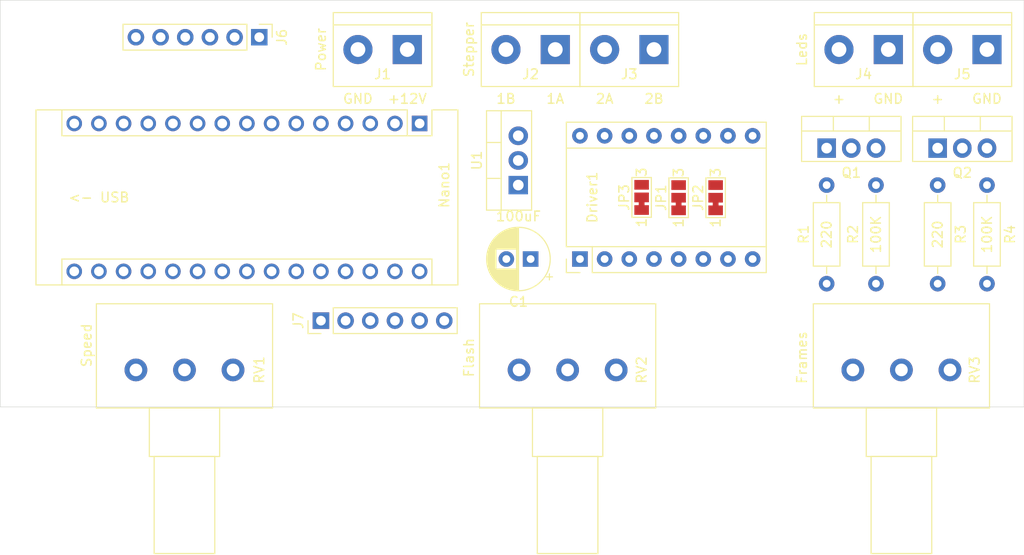
<source format=kicad_pcb>
(kicad_pcb (version 20171130) (host pcbnew 5.1.10-88a1d61d58~90~ubuntu20.04.1)

  (general
    (thickness 1.6)
    (drawings 21)
    (tracks 0)
    (zones 0)
    (modules 27)
    (nets 31)
  )

  (page A4)
  (layers
    (0 F.Cu signal)
    (31 B.Cu signal)
    (33 F.Adhes user)
    (35 F.Paste user)
    (37 F.SilkS user)
    (38 B.Mask user)
    (39 F.Mask user)
    (40 Dwgs.User user)
    (41 Cmts.User user)
    (42 Eco1.User user)
    (43 Eco2.User user)
    (44 Edge.Cuts user)
    (45 Margin user)
    (46 B.CrtYd user)
    (47 F.CrtYd user)
    (49 F.Fab user hide)
  )

  (setup
    (last_trace_width 0.5)
    (user_trace_width 1)
    (trace_clearance 0.2)
    (zone_clearance 0.508)
    (zone_45_only no)
    (trace_min 0.2)
    (via_size 0.8)
    (via_drill 0.4)
    (via_min_size 0.4)
    (via_min_drill 0.3)
    (uvia_size 0.3)
    (uvia_drill 0.1)
    (uvias_allowed no)
    (uvia_min_size 0.2)
    (uvia_min_drill 0.1)
    (edge_width 0.05)
    (segment_width 0.2)
    (pcb_text_width 0.3)
    (pcb_text_size 1.5 1.5)
    (mod_edge_width 0.12)
    (mod_text_size 1 1)
    (mod_text_width 0.15)
    (pad_size 1.524 1.524)
    (pad_drill 0.762)
    (pad_to_mask_clearance 0)
    (aux_axis_origin 0 0)
    (grid_origin 58.42 59.69)
    (visible_elements FFFFFFFF)
    (pcbplotparams
      (layerselection 0x010e0_ffffffff)
      (usegerberextensions false)
      (usegerberattributes true)
      (usegerberadvancedattributes true)
      (creategerberjobfile true)
      (excludeedgelayer true)
      (linewidth 0.100000)
      (plotframeref false)
      (viasonmask false)
      (mode 1)
      (useauxorigin false)
      (hpglpennumber 1)
      (hpglpenspeed 20)
      (hpglpendiameter 15.000000)
      (psnegative false)
      (psa4output false)
      (plotreference true)
      (plotvalue true)
      (plotinvisibletext false)
      (padsonsilk false)
      (subtractmaskfromsilk false)
      (outputformat 1)
      (mirror false)
      (drillshape 0)
      (scaleselection 1)
      (outputdirectory ""))
  )

  (net 0 "")
  (net 1 "Net-(Driver1-Pad16)")
  (net 2 +12V)
  (net 3 "Net-(Driver1-Pad15)")
  (net 4 GND)
  (net 5 "Net-(Driver1-Pad6)")
  (net 6 "Net-(Driver1-Pad13)")
  (net 7 "Net-(Driver1-Pad5)")
  (net 8 "Net-(Driver1-Pad4)")
  (net 9 "Net-(Driver1-Pad3)")
  (net 10 +5V)
  (net 11 "Net-(Driver1-Pad9)")
  (net 12 "Net-(Nano1-Pad21)")
  (net 13 "Net-(Nano1-Pad20)")
  (net 14 "Net-(Nano1-Pad19)")
  (net 15 "Net-(Nano1-Pad8)")
  (net 16 "Net-(Q1-Pad1)")
  (net 17 "Net-(Q2-Pad1)")
  (net 18 "Net-(J4-Pad1)")
  (net 19 "Net-(J5-Pad1)")
  (net 20 "Net-(J6-Pad1)")
  (net 21 "Net-(Driver1-Pad12)")
  (net 22 "Net-(Driver1-Pad11)")
  (net 23 "Net-(Driver1-Pad10)")
  (net 24 "Net-(J6-Pad4)")
  (net 25 "Net-(J6-Pad3)")
  (net 26 "Net-(J6-Pad2)")
  (net 27 "Net-(J7-Pad4)")
  (net 28 "Net-(J7-Pad3)")
  (net 29 "Net-(J7-Pad2)")
  (net 30 "Net-(J7-Pad1)")

  (net_class Default "This is the default net class."
    (clearance 0.2)
    (trace_width 0.5)
    (via_dia 0.8)
    (via_drill 0.4)
    (uvia_dia 0.3)
    (uvia_drill 0.1)
    (diff_pair_width 0.4)
    (diff_pair_gap 0.4)
    (add_net "Net-(Driver1-Pad10)")
    (add_net "Net-(Driver1-Pad11)")
    (add_net "Net-(Driver1-Pad12)")
    (add_net "Net-(Driver1-Pad13)")
    (add_net "Net-(Driver1-Pad15)")
    (add_net "Net-(Driver1-Pad16)")
    (add_net "Net-(Driver1-Pad3)")
    (add_net "Net-(Driver1-Pad4)")
    (add_net "Net-(Driver1-Pad5)")
    (add_net "Net-(Driver1-Pad6)")
    (add_net "Net-(Driver1-Pad9)")
    (add_net "Net-(J6-Pad2)")
    (add_net "Net-(J6-Pad3)")
    (add_net "Net-(J6-Pad4)")
    (add_net "Net-(J7-Pad1)")
    (add_net "Net-(J7-Pad2)")
    (add_net "Net-(J7-Pad3)")
    (add_net "Net-(J7-Pad4)")
    (add_net "Net-(Nano1-Pad1)")
    (add_net "Net-(Nano1-Pad10)")
    (add_net "Net-(Nano1-Pad15)")
    (add_net "Net-(Nano1-Pad16)")
    (add_net "Net-(Nano1-Pad17)")
    (add_net "Net-(Nano1-Pad18)")
    (add_net "Net-(Nano1-Pad19)")
    (add_net "Net-(Nano1-Pad2)")
    (add_net "Net-(Nano1-Pad20)")
    (add_net "Net-(Nano1-Pad21)")
    (add_net "Net-(Nano1-Pad26)")
    (add_net "Net-(Nano1-Pad28)")
    (add_net "Net-(Nano1-Pad3)")
    (add_net "Net-(Nano1-Pad30)")
    (add_net "Net-(Nano1-Pad8)")
  )

  (net_class Power ""
    (clearance 0.2)
    (trace_width 1)
    (via_dia 0.8)
    (via_drill 0.4)
    (uvia_dia 0.3)
    (uvia_drill 0.1)
    (diff_pair_width 0.4)
    (diff_pair_gap 0.4)
    (add_net +12V)
    (add_net +5V)
    (add_net GND)
    (add_net "Net-(J4-Pad1)")
    (add_net "Net-(J5-Pad1)")
    (add_net "Net-(J6-Pad1)")
    (add_net "Net-(Q1-Pad1)")
    (add_net "Net-(Q2-Pad1)")
  )

  (module Connector_PinHeader_2.54mm:PinHeader_1x06_P2.54mm_Vertical (layer F.Cu) (tedit 59FED5CC) (tstamp 615ED409)
    (at 91.44 92.71 90)
    (descr "Through hole straight pin header, 1x06, 2.54mm pitch, single row")
    (tags "Through hole pin header THT 1x06 2.54mm single row")
    (path /616B5036)
    (fp_text reference J7 (at 0 -2.33 90) (layer F.SilkS)
      (effects (font (size 1 1) (thickness 0.15)))
    )
    (fp_text value Conn_01x06_Female (at 0 15.03 90) (layer F.Fab)
      (effects (font (size 1 1) (thickness 0.15)))
    )
    (fp_text user %R (at 0 6.35) (layer F.Fab)
      (effects (font (size 1 1) (thickness 0.15)))
    )
    (fp_line (start -0.635 -1.27) (end 1.27 -1.27) (layer F.Fab) (width 0.1))
    (fp_line (start 1.27 -1.27) (end 1.27 13.97) (layer F.Fab) (width 0.1))
    (fp_line (start 1.27 13.97) (end -1.27 13.97) (layer F.Fab) (width 0.1))
    (fp_line (start -1.27 13.97) (end -1.27 -0.635) (layer F.Fab) (width 0.1))
    (fp_line (start -1.27 -0.635) (end -0.635 -1.27) (layer F.Fab) (width 0.1))
    (fp_line (start -1.33 14.03) (end 1.33 14.03) (layer F.SilkS) (width 0.12))
    (fp_line (start -1.33 1.27) (end -1.33 14.03) (layer F.SilkS) (width 0.12))
    (fp_line (start 1.33 1.27) (end 1.33 14.03) (layer F.SilkS) (width 0.12))
    (fp_line (start -1.33 1.27) (end 1.33 1.27) (layer F.SilkS) (width 0.12))
    (fp_line (start -1.33 0) (end -1.33 -1.33) (layer F.SilkS) (width 0.12))
    (fp_line (start -1.33 -1.33) (end 0 -1.33) (layer F.SilkS) (width 0.12))
    (fp_line (start -1.8 -1.8) (end -1.8 14.5) (layer F.CrtYd) (width 0.05))
    (fp_line (start -1.8 14.5) (end 1.8 14.5) (layer F.CrtYd) (width 0.05))
    (fp_line (start 1.8 14.5) (end 1.8 -1.8) (layer F.CrtYd) (width 0.05))
    (fp_line (start 1.8 -1.8) (end -1.8 -1.8) (layer F.CrtYd) (width 0.05))
    (pad 6 thru_hole oval (at 0 12.7 90) (size 1.7 1.7) (drill 1) (layers *.Cu *.Mask)
      (net 4 GND))
    (pad 5 thru_hole oval (at 0 10.16 90) (size 1.7 1.7) (drill 1) (layers *.Cu *.Mask)
      (net 10 +5V))
    (pad 4 thru_hole oval (at 0 7.62 90) (size 1.7 1.7) (drill 1) (layers *.Cu *.Mask)
      (net 27 "Net-(J7-Pad4)"))
    (pad 3 thru_hole oval (at 0 5.08 90) (size 1.7 1.7) (drill 1) (layers *.Cu *.Mask)
      (net 28 "Net-(J7-Pad3)"))
    (pad 2 thru_hole oval (at 0 2.54 90) (size 1.7 1.7) (drill 1) (layers *.Cu *.Mask)
      (net 29 "Net-(J7-Pad2)"))
    (pad 1 thru_hole rect (at 0 0 90) (size 1.7 1.7) (drill 1) (layers *.Cu *.Mask)
      (net 30 "Net-(J7-Pad1)"))
    (model ${KISYS3DMOD}/Connector_PinHeader_2.54mm.3dshapes/PinHeader_1x06_P2.54mm_Vertical.wrl
      (at (xyz 0 0 0))
      (scale (xyz 1 1 1))
      (rotate (xyz 0 0 0))
    )
  )

  (module Connector_PinHeader_2.54mm:PinHeader_1x06_P2.54mm_Vertical (layer F.Cu) (tedit 59FED5CC) (tstamp 615ED3EF)
    (at 85.09 63.5 270)
    (descr "Through hole straight pin header, 1x06, 2.54mm pitch, single row")
    (tags "Through hole pin header THT 1x06 2.54mm single row")
    (path /616E1C81)
    (fp_text reference J6 (at 0 -2.33 90) (layer F.SilkS)
      (effects (font (size 1 1) (thickness 0.15)))
    )
    (fp_text value Conn_01x06_Female (at 0 15.03 90) (layer F.Fab)
      (effects (font (size 1 1) (thickness 0.15)))
    )
    (fp_text user %R (at 0 6.35) (layer F.Fab)
      (effects (font (size 1 1) (thickness 0.15)))
    )
    (fp_line (start -0.635 -1.27) (end 1.27 -1.27) (layer F.Fab) (width 0.1))
    (fp_line (start 1.27 -1.27) (end 1.27 13.97) (layer F.Fab) (width 0.1))
    (fp_line (start 1.27 13.97) (end -1.27 13.97) (layer F.Fab) (width 0.1))
    (fp_line (start -1.27 13.97) (end -1.27 -0.635) (layer F.Fab) (width 0.1))
    (fp_line (start -1.27 -0.635) (end -0.635 -1.27) (layer F.Fab) (width 0.1))
    (fp_line (start -1.33 14.03) (end 1.33 14.03) (layer F.SilkS) (width 0.12))
    (fp_line (start -1.33 1.27) (end -1.33 14.03) (layer F.SilkS) (width 0.12))
    (fp_line (start 1.33 1.27) (end 1.33 14.03) (layer F.SilkS) (width 0.12))
    (fp_line (start -1.33 1.27) (end 1.33 1.27) (layer F.SilkS) (width 0.12))
    (fp_line (start -1.33 0) (end -1.33 -1.33) (layer F.SilkS) (width 0.12))
    (fp_line (start -1.33 -1.33) (end 0 -1.33) (layer F.SilkS) (width 0.12))
    (fp_line (start -1.8 -1.8) (end -1.8 14.5) (layer F.CrtYd) (width 0.05))
    (fp_line (start -1.8 14.5) (end 1.8 14.5) (layer F.CrtYd) (width 0.05))
    (fp_line (start 1.8 14.5) (end 1.8 -1.8) (layer F.CrtYd) (width 0.05))
    (fp_line (start 1.8 -1.8) (end -1.8 -1.8) (layer F.CrtYd) (width 0.05))
    (pad 6 thru_hole oval (at 0 12.7 270) (size 1.7 1.7) (drill 1) (layers *.Cu *.Mask)
      (net 4 GND))
    (pad 5 thru_hole oval (at 0 10.16 270) (size 1.7 1.7) (drill 1) (layers *.Cu *.Mask)
      (net 10 +5V))
    (pad 4 thru_hole oval (at 0 7.62 270) (size 1.7 1.7) (drill 1) (layers *.Cu *.Mask)
      (net 24 "Net-(J6-Pad4)"))
    (pad 3 thru_hole oval (at 0 5.08 270) (size 1.7 1.7) (drill 1) (layers *.Cu *.Mask)
      (net 25 "Net-(J6-Pad3)"))
    (pad 2 thru_hole oval (at 0 2.54 270) (size 1.7 1.7) (drill 1) (layers *.Cu *.Mask)
      (net 26 "Net-(J6-Pad2)"))
    (pad 1 thru_hole rect (at 0 0 270) (size 1.7 1.7) (drill 1) (layers *.Cu *.Mask)
      (net 20 "Net-(J6-Pad1)"))
    (model ${KISYS3DMOD}/Connector_PinHeader_2.54mm.3dshapes/PinHeader_1x06_P2.54mm_Vertical.wrl
      (at (xyz 0 0 0))
      (scale (xyz 1 1 1))
      (rotate (xyz 0 0 0))
    )
  )

  (module Package_TO_SOT_THT:TO-220-3_Vertical (layer F.Cu) (tedit 5AC8BA0D) (tstamp 615E5F38)
    (at 111.76 78.74 90)
    (descr "TO-220-3, Vertical, RM 2.54mm, see https://www.vishay.com/docs/66542/to-220-1.pdf")
    (tags "TO-220-3 Vertical RM 2.54mm")
    (path /615E50B0)
    (fp_text reference U1 (at 2.54 -4.27 90) (layer F.SilkS)
      (effects (font (size 1 1) (thickness 0.15)))
    )
    (fp_text value LM7805_TO220 (at 2.54 2.5 90) (layer F.Fab)
      (effects (font (size 1 1) (thickness 0.15)))
    )
    (fp_text user %R (at 2.54 -4.27 90) (layer F.Fab)
      (effects (font (size 1 1) (thickness 0.15)))
    )
    (fp_line (start -2.46 -3.15) (end -2.46 1.25) (layer F.Fab) (width 0.1))
    (fp_line (start -2.46 1.25) (end 7.54 1.25) (layer F.Fab) (width 0.1))
    (fp_line (start 7.54 1.25) (end 7.54 -3.15) (layer F.Fab) (width 0.1))
    (fp_line (start 7.54 -3.15) (end -2.46 -3.15) (layer F.Fab) (width 0.1))
    (fp_line (start -2.46 -1.88) (end 7.54 -1.88) (layer F.Fab) (width 0.1))
    (fp_line (start 0.69 -3.15) (end 0.69 -1.88) (layer F.Fab) (width 0.1))
    (fp_line (start 4.39 -3.15) (end 4.39 -1.88) (layer F.Fab) (width 0.1))
    (fp_line (start -2.58 -3.27) (end 7.66 -3.27) (layer F.SilkS) (width 0.12))
    (fp_line (start -2.58 1.371) (end 7.66 1.371) (layer F.SilkS) (width 0.12))
    (fp_line (start -2.58 -3.27) (end -2.58 1.371) (layer F.SilkS) (width 0.12))
    (fp_line (start 7.66 -3.27) (end 7.66 1.371) (layer F.SilkS) (width 0.12))
    (fp_line (start -2.58 -1.76) (end 7.66 -1.76) (layer F.SilkS) (width 0.12))
    (fp_line (start 0.69 -3.27) (end 0.69 -1.76) (layer F.SilkS) (width 0.12))
    (fp_line (start 4.391 -3.27) (end 4.391 -1.76) (layer F.SilkS) (width 0.12))
    (fp_line (start -2.71 -3.4) (end -2.71 1.51) (layer F.CrtYd) (width 0.05))
    (fp_line (start -2.71 1.51) (end 7.79 1.51) (layer F.CrtYd) (width 0.05))
    (fp_line (start 7.79 1.51) (end 7.79 -3.4) (layer F.CrtYd) (width 0.05))
    (fp_line (start 7.79 -3.4) (end -2.71 -3.4) (layer F.CrtYd) (width 0.05))
    (pad 3 thru_hole oval (at 5.08 0 90) (size 1.905 2) (drill 1.1) (layers *.Cu *.Mask)
      (net 10 +5V))
    (pad 2 thru_hole oval (at 2.54 0 90) (size 1.905 2) (drill 1.1) (layers *.Cu *.Mask)
      (net 4 GND))
    (pad 1 thru_hole rect (at 0 0 90) (size 1.905 2) (drill 1.1) (layers *.Cu *.Mask)
      (net 2 +12V))
    (model ${KISYS3DMOD}/Package_TO_SOT_THT.3dshapes/TO-220-3_Vertical.wrl
      (at (xyz 0 0 0))
      (scale (xyz 1 1 1))
      (rotate (xyz 0 0 0))
    )
  )

  (module MountingHole:MountingHole_3.2mm_M3 (layer F.Cu) (tedit 56D1B4CB) (tstamp 615BDE77)
    (at 135.89 96.52)
    (descr "Mounting Hole 3.2mm, no annular, M3")
    (tags "mounting hole 3.2mm no annular m3")
    (path /6164EFED)
    (attr virtual)
    (fp_text reference H4 (at 0 -4.2) (layer F.Fab)
      (effects (font (size 1 1) (thickness 0.15)))
    )
    (fp_text value MountingHole (at 0 4.2) (layer F.Fab)
      (effects (font (size 1 1) (thickness 0.15)))
    )
    (fp_circle (center 0 0) (end 3.45 0) (layer F.CrtYd) (width 0.05))
    (fp_circle (center 0 0) (end 3.2 0) (layer Cmts.User) (width 0.15))
    (fp_text user %R (at 0.3 0) (layer F.Fab)
      (effects (font (size 1 1) (thickness 0.15)))
    )
    (pad 1 np_thru_hole circle (at 0 0) (size 3.2 3.2) (drill 3.2) (layers *.Cu *.Mask))
  )

  (module MountingHole:MountingHole_3.2mm_M3 (layer F.Cu) (tedit 56D1B4CB) (tstamp 615BB31F)
    (at 135.89 64.77)
    (descr "Mounting Hole 3.2mm, no annular, M3")
    (tags "mounting hole 3.2mm no annular m3")
    (path /6164EE49)
    (attr virtual)
    (fp_text reference H3 (at 0 -4.2) (layer F.Fab)
      (effects (font (size 1 1) (thickness 0.15)))
    )
    (fp_text value MountingHole (at 0 4.2) (layer F.Fab)
      (effects (font (size 1 1) (thickness 0.15)))
    )
    (fp_circle (center 0 0) (end 3.45 0) (layer F.CrtYd) (width 0.05))
    (fp_circle (center 0 0) (end 3.2 0) (layer Cmts.User) (width 0.15))
    (fp_text user %R (at 0.3 0) (layer F.Fab)
      (effects (font (size 1 1) (thickness 0.15)))
    )
    (pad 1 np_thru_hole circle (at 0 0) (size 3.2 3.2) (drill 3.2) (layers *.Cu *.Mask))
  )

  (module MountingHole:MountingHole_3.2mm_M3 (layer F.Cu) (tedit 56D1B4CB) (tstamp 615BB317)
    (at 63.5 96.52)
    (descr "Mounting Hole 3.2mm, no annular, M3")
    (tags "mounting hole 3.2mm no annular m3")
    (path /6164ECC8)
    (attr virtual)
    (fp_text reference H2 (at 0 -4.2) (layer F.Fab)
      (effects (font (size 1 1) (thickness 0.15)))
    )
    (fp_text value MountingHole (at 0 4.2) (layer F.Fab)
      (effects (font (size 1 1) (thickness 0.15)))
    )
    (fp_circle (center 0 0) (end 3.45 0) (layer F.CrtYd) (width 0.05))
    (fp_circle (center 0 0) (end 3.2 0) (layer Cmts.User) (width 0.15))
    (fp_text user %R (at 0.3 0) (layer F.Fab)
      (effects (font (size 1 1) (thickness 0.15)))
    )
    (pad 1 np_thru_hole circle (at 0 0) (size 3.2 3.2) (drill 3.2) (layers *.Cu *.Mask))
  )

  (module MountingHole:MountingHole_3.2mm_M3 (layer F.Cu) (tedit 56D1B4CB) (tstamp 615BB30F)
    (at 63.5 64.77)
    (descr "Mounting Hole 3.2mm, no annular, M3")
    (tags "mounting hole 3.2mm no annular m3")
    (path /6164DDB5)
    (attr virtual)
    (fp_text reference H1 (at 0 -4.2) (layer F.Fab)
      (effects (font (size 1 1) (thickness 0.15)))
    )
    (fp_text value MountingHole (at 0 4.2) (layer F.Fab)
      (effects (font (size 1 1) (thickness 0.15)))
    )
    (fp_circle (center 0 0) (end 3.45 0) (layer F.CrtYd) (width 0.05))
    (fp_circle (center 0 0) (end 3.2 0) (layer Cmts.User) (width 0.15))
    (fp_text user %R (at 0.3 0) (layer F.Fab)
      (effects (font (size 1 1) (thickness 0.15)))
    )
    (pad 1 np_thru_hole circle (at 0 0) (size 3.2 3.2) (drill 3.2) (layers *.Cu *.Mask))
  )

  (module Jumper:SolderJumper-3_P1.3mm_Bridged12_Pad1.0x1.5mm_NumberLabels (layer F.Cu) (tedit 5C756B5B) (tstamp 615B5C99)
    (at 124.46 80.01 90)
    (descr "SMD Solder Jumper, 1x1.5mm Pads, 0.3mm gap, pads 1-2 bridged with 1 copper strip, labeled with numbers")
    (tags "solder jumper open")
    (path /615CF697)
    (attr virtual)
    (fp_text reference JP3 (at 0 -1.8 90) (layer F.SilkS)
      (effects (font (size 1 1) (thickness 0.15)))
    )
    (fp_text value SolderJumper_3_Bridged12 (at 0 1.9 90) (layer F.Fab)
      (effects (font (size 1 1) (thickness 0.15)))
    )
    (fp_poly (pts (xy -0.9 -0.3) (xy -0.4 -0.3) (xy -0.4 0.3) (xy -0.9 0.3)) (layer F.Cu) (width 0))
    (fp_line (start 2.3 1.25) (end -2.3 1.25) (layer F.CrtYd) (width 0.05))
    (fp_line (start 2.3 1.25) (end 2.3 -1.25) (layer F.CrtYd) (width 0.05))
    (fp_line (start -2.3 -1.25) (end -2.3 1.25) (layer F.CrtYd) (width 0.05))
    (fp_line (start -2.3 -1.25) (end 2.3 -1.25) (layer F.CrtYd) (width 0.05))
    (fp_line (start -2.05 -1) (end 2.05 -1) (layer F.SilkS) (width 0.12))
    (fp_line (start 2.05 -1) (end 2.05 1) (layer F.SilkS) (width 0.12))
    (fp_line (start 2.05 1) (end -2.05 1) (layer F.SilkS) (width 0.12))
    (fp_line (start -2.05 1) (end -2.05 -1) (layer F.SilkS) (width 0.12))
    (fp_text user 1 (at -2.6 0 90) (layer F.SilkS)
      (effects (font (size 1 1) (thickness 0.15)))
    )
    (fp_text user 3 (at 2.6 0 90) (layer F.SilkS)
      (effects (font (size 1 1) (thickness 0.15)))
    )
    (pad 2 smd rect (at 0 0 90) (size 1 1.5) (layers F.Cu F.Mask)
      (net 21 "Net-(Driver1-Pad12)"))
    (pad 3 smd rect (at 1.3 0 90) (size 1 1.5) (layers F.Cu F.Mask)
      (net 10 +5V))
    (pad 1 smd rect (at -1.3 0 90) (size 1 1.5) (layers F.Cu F.Mask)
      (net 4 GND))
  )

  (module Jumper:SolderJumper-3_P1.3mm_Bridged12_Pad1.0x1.5mm_NumberLabels (layer F.Cu) (tedit 5C756B5B) (tstamp 615B5582)
    (at 132.08 80.04 90)
    (descr "SMD Solder Jumper, 1x1.5mm Pads, 0.3mm gap, pads 1-2 bridged with 1 copper strip, labeled with numbers")
    (tags "solder jumper open")
    (path /615C93FC)
    (attr virtual)
    (fp_text reference JP2 (at 0 -1.8 90) (layer F.SilkS)
      (effects (font (size 1 1) (thickness 0.15)))
    )
    (fp_text value SolderJumper_3_Bridged12 (at 0 1.9 90) (layer F.Fab)
      (effects (font (size 1 1) (thickness 0.15)))
    )
    (fp_poly (pts (xy -0.9 -0.3) (xy -0.4 -0.3) (xy -0.4 0.3) (xy -0.9 0.3)) (layer F.Cu) (width 0))
    (fp_line (start 2.3 1.25) (end -2.3 1.25) (layer F.CrtYd) (width 0.05))
    (fp_line (start 2.3 1.25) (end 2.3 -1.25) (layer F.CrtYd) (width 0.05))
    (fp_line (start -2.3 -1.25) (end -2.3 1.25) (layer F.CrtYd) (width 0.05))
    (fp_line (start -2.3 -1.25) (end 2.3 -1.25) (layer F.CrtYd) (width 0.05))
    (fp_line (start -2.05 -1) (end 2.05 -1) (layer F.SilkS) (width 0.12))
    (fp_line (start 2.05 -1) (end 2.05 1) (layer F.SilkS) (width 0.12))
    (fp_line (start 2.05 1) (end -2.05 1) (layer F.SilkS) (width 0.12))
    (fp_line (start -2.05 1) (end -2.05 -1) (layer F.SilkS) (width 0.12))
    (fp_text user 1 (at -2.6 0 90) (layer F.SilkS)
      (effects (font (size 1 1) (thickness 0.15)))
    )
    (fp_text user 3 (at 2.6 0 90) (layer F.SilkS)
      (effects (font (size 1 1) (thickness 0.15)))
    )
    (pad 2 smd rect (at 0 0 90) (size 1 1.5) (layers F.Cu F.Mask)
      (net 22 "Net-(Driver1-Pad11)"))
    (pad 3 smd rect (at 1.3 0 90) (size 1 1.5) (layers F.Cu F.Mask)
      (net 10 +5V))
    (pad 1 smd rect (at -1.3 0 90) (size 1 1.5) (layers F.Cu F.Mask)
      (net 4 GND))
  )

  (module Jumper:SolderJumper-3_P1.3mm_Bridged12_Pad1.0x1.5mm_NumberLabels (layer F.Cu) (tedit 5C756B5B) (tstamp 615B5570)
    (at 128.27 80.04 90)
    (descr "SMD Solder Jumper, 1x1.5mm Pads, 0.3mm gap, pads 1-2 bridged with 1 copper strip, labeled with numbers")
    (tags "solder jumper open")
    (path /615C72FF)
    (attr virtual)
    (fp_text reference JP1 (at 0 -1.8 90) (layer F.SilkS)
      (effects (font (size 1 1) (thickness 0.15)))
    )
    (fp_text value SolderJumper_3_Bridged12 (at 0 1.9 90) (layer F.Fab)
      (effects (font (size 1 1) (thickness 0.15)))
    )
    (fp_poly (pts (xy -0.9 -0.3) (xy -0.4 -0.3) (xy -0.4 0.3) (xy -0.9 0.3)) (layer F.Cu) (width 0))
    (fp_line (start 2.3 1.25) (end -2.3 1.25) (layer F.CrtYd) (width 0.05))
    (fp_line (start 2.3 1.25) (end 2.3 -1.25) (layer F.CrtYd) (width 0.05))
    (fp_line (start -2.3 -1.25) (end -2.3 1.25) (layer F.CrtYd) (width 0.05))
    (fp_line (start -2.3 -1.25) (end 2.3 -1.25) (layer F.CrtYd) (width 0.05))
    (fp_line (start -2.05 -1) (end 2.05 -1) (layer F.SilkS) (width 0.12))
    (fp_line (start 2.05 -1) (end 2.05 1) (layer F.SilkS) (width 0.12))
    (fp_line (start 2.05 1) (end -2.05 1) (layer F.SilkS) (width 0.12))
    (fp_line (start -2.05 1) (end -2.05 -1) (layer F.SilkS) (width 0.12))
    (fp_text user 1 (at -2.6 0 90) (layer F.SilkS)
      (effects (font (size 1 1) (thickness 0.15)))
    )
    (fp_text user 3 (at 2.6 0 90) (layer F.SilkS)
      (effects (font (size 1 1) (thickness 0.15)))
    )
    (pad 2 smd rect (at 0 0 90) (size 1 1.5) (layers F.Cu F.Mask)
      (net 23 "Net-(Driver1-Pad10)"))
    (pad 3 smd rect (at 1.3 0 90) (size 1 1.5) (layers F.Cu F.Mask)
      (net 10 +5V))
    (pad 1 smd rect (at -1.3 0 90) (size 1 1.5) (layers F.Cu F.Mask)
      (net 4 GND))
  )

  (module Capacitor_THT:CP_Radial_D6.3mm_P2.50mm (layer F.Cu) (tedit 5AE50EF0) (tstamp 615B5420)
    (at 113.03 86.36 180)
    (descr "CP, Radial series, Radial, pin pitch=2.50mm, , diameter=6.3mm, Electrolytic Capacitor")
    (tags "CP Radial series Radial pin pitch 2.50mm  diameter 6.3mm Electrolytic Capacitor")
    (path /615BCE58)
    (fp_text reference C1 (at 1.25 -4.4) (layer F.SilkS)
      (effects (font (size 1 1) (thickness 0.15)))
    )
    (fp_text value 100uF (at 1.25 4.4) (layer F.SilkS)
      (effects (font (size 1 1) (thickness 0.15)))
    )
    (fp_line (start -1.935241 -2.154) (end -1.935241 -1.524) (layer F.SilkS) (width 0.12))
    (fp_line (start -2.250241 -1.839) (end -1.620241 -1.839) (layer F.SilkS) (width 0.12))
    (fp_line (start 4.491 -0.402) (end 4.491 0.402) (layer F.SilkS) (width 0.12))
    (fp_line (start 4.451 -0.633) (end 4.451 0.633) (layer F.SilkS) (width 0.12))
    (fp_line (start 4.411 -0.802) (end 4.411 0.802) (layer F.SilkS) (width 0.12))
    (fp_line (start 4.371 -0.94) (end 4.371 0.94) (layer F.SilkS) (width 0.12))
    (fp_line (start 4.331 -1.059) (end 4.331 1.059) (layer F.SilkS) (width 0.12))
    (fp_line (start 4.291 -1.165) (end 4.291 1.165) (layer F.SilkS) (width 0.12))
    (fp_line (start 4.251 -1.262) (end 4.251 1.262) (layer F.SilkS) (width 0.12))
    (fp_line (start 4.211 -1.35) (end 4.211 1.35) (layer F.SilkS) (width 0.12))
    (fp_line (start 4.171 -1.432) (end 4.171 1.432) (layer F.SilkS) (width 0.12))
    (fp_line (start 4.131 -1.509) (end 4.131 1.509) (layer F.SilkS) (width 0.12))
    (fp_line (start 4.091 -1.581) (end 4.091 1.581) (layer F.SilkS) (width 0.12))
    (fp_line (start 4.051 -1.65) (end 4.051 1.65) (layer F.SilkS) (width 0.12))
    (fp_line (start 4.011 -1.714) (end 4.011 1.714) (layer F.SilkS) (width 0.12))
    (fp_line (start 3.971 -1.776) (end 3.971 1.776) (layer F.SilkS) (width 0.12))
    (fp_line (start 3.931 -1.834) (end 3.931 1.834) (layer F.SilkS) (width 0.12))
    (fp_line (start 3.891 -1.89) (end 3.891 1.89) (layer F.SilkS) (width 0.12))
    (fp_line (start 3.851 -1.944) (end 3.851 1.944) (layer F.SilkS) (width 0.12))
    (fp_line (start 3.811 -1.995) (end 3.811 1.995) (layer F.SilkS) (width 0.12))
    (fp_line (start 3.771 -2.044) (end 3.771 2.044) (layer F.SilkS) (width 0.12))
    (fp_line (start 3.731 -2.092) (end 3.731 2.092) (layer F.SilkS) (width 0.12))
    (fp_line (start 3.691 -2.137) (end 3.691 2.137) (layer F.SilkS) (width 0.12))
    (fp_line (start 3.651 -2.182) (end 3.651 2.182) (layer F.SilkS) (width 0.12))
    (fp_line (start 3.611 -2.224) (end 3.611 2.224) (layer F.SilkS) (width 0.12))
    (fp_line (start 3.571 -2.265) (end 3.571 2.265) (layer F.SilkS) (width 0.12))
    (fp_line (start 3.531 1.04) (end 3.531 2.305) (layer F.SilkS) (width 0.12))
    (fp_line (start 3.531 -2.305) (end 3.531 -1.04) (layer F.SilkS) (width 0.12))
    (fp_line (start 3.491 1.04) (end 3.491 2.343) (layer F.SilkS) (width 0.12))
    (fp_line (start 3.491 -2.343) (end 3.491 -1.04) (layer F.SilkS) (width 0.12))
    (fp_line (start 3.451 1.04) (end 3.451 2.38) (layer F.SilkS) (width 0.12))
    (fp_line (start 3.451 -2.38) (end 3.451 -1.04) (layer F.SilkS) (width 0.12))
    (fp_line (start 3.411 1.04) (end 3.411 2.416) (layer F.SilkS) (width 0.12))
    (fp_line (start 3.411 -2.416) (end 3.411 -1.04) (layer F.SilkS) (width 0.12))
    (fp_line (start 3.371 1.04) (end 3.371 2.45) (layer F.SilkS) (width 0.12))
    (fp_line (start 3.371 -2.45) (end 3.371 -1.04) (layer F.SilkS) (width 0.12))
    (fp_line (start 3.331 1.04) (end 3.331 2.484) (layer F.SilkS) (width 0.12))
    (fp_line (start 3.331 -2.484) (end 3.331 -1.04) (layer F.SilkS) (width 0.12))
    (fp_line (start 3.291 1.04) (end 3.291 2.516) (layer F.SilkS) (width 0.12))
    (fp_line (start 3.291 -2.516) (end 3.291 -1.04) (layer F.SilkS) (width 0.12))
    (fp_line (start 3.251 1.04) (end 3.251 2.548) (layer F.SilkS) (width 0.12))
    (fp_line (start 3.251 -2.548) (end 3.251 -1.04) (layer F.SilkS) (width 0.12))
    (fp_line (start 3.211 1.04) (end 3.211 2.578) (layer F.SilkS) (width 0.12))
    (fp_line (start 3.211 -2.578) (end 3.211 -1.04) (layer F.SilkS) (width 0.12))
    (fp_line (start 3.171 1.04) (end 3.171 2.607) (layer F.SilkS) (width 0.12))
    (fp_line (start 3.171 -2.607) (end 3.171 -1.04) (layer F.SilkS) (width 0.12))
    (fp_line (start 3.131 1.04) (end 3.131 2.636) (layer F.SilkS) (width 0.12))
    (fp_line (start 3.131 -2.636) (end 3.131 -1.04) (layer F.SilkS) (width 0.12))
    (fp_line (start 3.091 1.04) (end 3.091 2.664) (layer F.SilkS) (width 0.12))
    (fp_line (start 3.091 -2.664) (end 3.091 -1.04) (layer F.SilkS) (width 0.12))
    (fp_line (start 3.051 1.04) (end 3.051 2.69) (layer F.SilkS) (width 0.12))
    (fp_line (start 3.051 -2.69) (end 3.051 -1.04) (layer F.SilkS) (width 0.12))
    (fp_line (start 3.011 1.04) (end 3.011 2.716) (layer F.SilkS) (width 0.12))
    (fp_line (start 3.011 -2.716) (end 3.011 -1.04) (layer F.SilkS) (width 0.12))
    (fp_line (start 2.971 1.04) (end 2.971 2.742) (layer F.SilkS) (width 0.12))
    (fp_line (start 2.971 -2.742) (end 2.971 -1.04) (layer F.SilkS) (width 0.12))
    (fp_line (start 2.931 1.04) (end 2.931 2.766) (layer F.SilkS) (width 0.12))
    (fp_line (start 2.931 -2.766) (end 2.931 -1.04) (layer F.SilkS) (width 0.12))
    (fp_line (start 2.891 1.04) (end 2.891 2.79) (layer F.SilkS) (width 0.12))
    (fp_line (start 2.891 -2.79) (end 2.891 -1.04) (layer F.SilkS) (width 0.12))
    (fp_line (start 2.851 1.04) (end 2.851 2.812) (layer F.SilkS) (width 0.12))
    (fp_line (start 2.851 -2.812) (end 2.851 -1.04) (layer F.SilkS) (width 0.12))
    (fp_line (start 2.811 1.04) (end 2.811 2.834) (layer F.SilkS) (width 0.12))
    (fp_line (start 2.811 -2.834) (end 2.811 -1.04) (layer F.SilkS) (width 0.12))
    (fp_line (start 2.771 1.04) (end 2.771 2.856) (layer F.SilkS) (width 0.12))
    (fp_line (start 2.771 -2.856) (end 2.771 -1.04) (layer F.SilkS) (width 0.12))
    (fp_line (start 2.731 1.04) (end 2.731 2.876) (layer F.SilkS) (width 0.12))
    (fp_line (start 2.731 -2.876) (end 2.731 -1.04) (layer F.SilkS) (width 0.12))
    (fp_line (start 2.691 1.04) (end 2.691 2.896) (layer F.SilkS) (width 0.12))
    (fp_line (start 2.691 -2.896) (end 2.691 -1.04) (layer F.SilkS) (width 0.12))
    (fp_line (start 2.651 1.04) (end 2.651 2.916) (layer F.SilkS) (width 0.12))
    (fp_line (start 2.651 -2.916) (end 2.651 -1.04) (layer F.SilkS) (width 0.12))
    (fp_line (start 2.611 1.04) (end 2.611 2.934) (layer F.SilkS) (width 0.12))
    (fp_line (start 2.611 -2.934) (end 2.611 -1.04) (layer F.SilkS) (width 0.12))
    (fp_line (start 2.571 1.04) (end 2.571 2.952) (layer F.SilkS) (width 0.12))
    (fp_line (start 2.571 -2.952) (end 2.571 -1.04) (layer F.SilkS) (width 0.12))
    (fp_line (start 2.531 1.04) (end 2.531 2.97) (layer F.SilkS) (width 0.12))
    (fp_line (start 2.531 -2.97) (end 2.531 -1.04) (layer F.SilkS) (width 0.12))
    (fp_line (start 2.491 1.04) (end 2.491 2.986) (layer F.SilkS) (width 0.12))
    (fp_line (start 2.491 -2.986) (end 2.491 -1.04) (layer F.SilkS) (width 0.12))
    (fp_line (start 2.451 1.04) (end 2.451 3.002) (layer F.SilkS) (width 0.12))
    (fp_line (start 2.451 -3.002) (end 2.451 -1.04) (layer F.SilkS) (width 0.12))
    (fp_line (start 2.411 1.04) (end 2.411 3.018) (layer F.SilkS) (width 0.12))
    (fp_line (start 2.411 -3.018) (end 2.411 -1.04) (layer F.SilkS) (width 0.12))
    (fp_line (start 2.371 1.04) (end 2.371 3.033) (layer F.SilkS) (width 0.12))
    (fp_line (start 2.371 -3.033) (end 2.371 -1.04) (layer F.SilkS) (width 0.12))
    (fp_line (start 2.331 1.04) (end 2.331 3.047) (layer F.SilkS) (width 0.12))
    (fp_line (start 2.331 -3.047) (end 2.331 -1.04) (layer F.SilkS) (width 0.12))
    (fp_line (start 2.291 1.04) (end 2.291 3.061) (layer F.SilkS) (width 0.12))
    (fp_line (start 2.291 -3.061) (end 2.291 -1.04) (layer F.SilkS) (width 0.12))
    (fp_line (start 2.251 1.04) (end 2.251 3.074) (layer F.SilkS) (width 0.12))
    (fp_line (start 2.251 -3.074) (end 2.251 -1.04) (layer F.SilkS) (width 0.12))
    (fp_line (start 2.211 1.04) (end 2.211 3.086) (layer F.SilkS) (width 0.12))
    (fp_line (start 2.211 -3.086) (end 2.211 -1.04) (layer F.SilkS) (width 0.12))
    (fp_line (start 2.171 1.04) (end 2.171 3.098) (layer F.SilkS) (width 0.12))
    (fp_line (start 2.171 -3.098) (end 2.171 -1.04) (layer F.SilkS) (width 0.12))
    (fp_line (start 2.131 1.04) (end 2.131 3.11) (layer F.SilkS) (width 0.12))
    (fp_line (start 2.131 -3.11) (end 2.131 -1.04) (layer F.SilkS) (width 0.12))
    (fp_line (start 2.091 1.04) (end 2.091 3.121) (layer F.SilkS) (width 0.12))
    (fp_line (start 2.091 -3.121) (end 2.091 -1.04) (layer F.SilkS) (width 0.12))
    (fp_line (start 2.051 1.04) (end 2.051 3.131) (layer F.SilkS) (width 0.12))
    (fp_line (start 2.051 -3.131) (end 2.051 -1.04) (layer F.SilkS) (width 0.12))
    (fp_line (start 2.011 1.04) (end 2.011 3.141) (layer F.SilkS) (width 0.12))
    (fp_line (start 2.011 -3.141) (end 2.011 -1.04) (layer F.SilkS) (width 0.12))
    (fp_line (start 1.971 1.04) (end 1.971 3.15) (layer F.SilkS) (width 0.12))
    (fp_line (start 1.971 -3.15) (end 1.971 -1.04) (layer F.SilkS) (width 0.12))
    (fp_line (start 1.93 1.04) (end 1.93 3.159) (layer F.SilkS) (width 0.12))
    (fp_line (start 1.93 -3.159) (end 1.93 -1.04) (layer F.SilkS) (width 0.12))
    (fp_line (start 1.89 1.04) (end 1.89 3.167) (layer F.SilkS) (width 0.12))
    (fp_line (start 1.89 -3.167) (end 1.89 -1.04) (layer F.SilkS) (width 0.12))
    (fp_line (start 1.85 1.04) (end 1.85 3.175) (layer F.SilkS) (width 0.12))
    (fp_line (start 1.85 -3.175) (end 1.85 -1.04) (layer F.SilkS) (width 0.12))
    (fp_line (start 1.81 1.04) (end 1.81 3.182) (layer F.SilkS) (width 0.12))
    (fp_line (start 1.81 -3.182) (end 1.81 -1.04) (layer F.SilkS) (width 0.12))
    (fp_line (start 1.77 1.04) (end 1.77 3.189) (layer F.SilkS) (width 0.12))
    (fp_line (start 1.77 -3.189) (end 1.77 -1.04) (layer F.SilkS) (width 0.12))
    (fp_line (start 1.73 1.04) (end 1.73 3.195) (layer F.SilkS) (width 0.12))
    (fp_line (start 1.73 -3.195) (end 1.73 -1.04) (layer F.SilkS) (width 0.12))
    (fp_line (start 1.69 1.04) (end 1.69 3.201) (layer F.SilkS) (width 0.12))
    (fp_line (start 1.69 -3.201) (end 1.69 -1.04) (layer F.SilkS) (width 0.12))
    (fp_line (start 1.65 1.04) (end 1.65 3.206) (layer F.SilkS) (width 0.12))
    (fp_line (start 1.65 -3.206) (end 1.65 -1.04) (layer F.SilkS) (width 0.12))
    (fp_line (start 1.61 1.04) (end 1.61 3.211) (layer F.SilkS) (width 0.12))
    (fp_line (start 1.61 -3.211) (end 1.61 -1.04) (layer F.SilkS) (width 0.12))
    (fp_line (start 1.57 1.04) (end 1.57 3.215) (layer F.SilkS) (width 0.12))
    (fp_line (start 1.57 -3.215) (end 1.57 -1.04) (layer F.SilkS) (width 0.12))
    (fp_line (start 1.53 1.04) (end 1.53 3.218) (layer F.SilkS) (width 0.12))
    (fp_line (start 1.53 -3.218) (end 1.53 -1.04) (layer F.SilkS) (width 0.12))
    (fp_line (start 1.49 1.04) (end 1.49 3.222) (layer F.SilkS) (width 0.12))
    (fp_line (start 1.49 -3.222) (end 1.49 -1.04) (layer F.SilkS) (width 0.12))
    (fp_line (start 1.45 -3.224) (end 1.45 3.224) (layer F.SilkS) (width 0.12))
    (fp_line (start 1.41 -3.227) (end 1.41 3.227) (layer F.SilkS) (width 0.12))
    (fp_line (start 1.37 -3.228) (end 1.37 3.228) (layer F.SilkS) (width 0.12))
    (fp_line (start 1.33 -3.23) (end 1.33 3.23) (layer F.SilkS) (width 0.12))
    (fp_line (start 1.29 -3.23) (end 1.29 3.23) (layer F.SilkS) (width 0.12))
    (fp_line (start 1.25 -3.23) (end 1.25 3.23) (layer F.SilkS) (width 0.12))
    (fp_line (start -1.128972 -1.6885) (end -1.128972 -1.0585) (layer F.Fab) (width 0.1))
    (fp_line (start -1.443972 -1.3735) (end -0.813972 -1.3735) (layer F.Fab) (width 0.1))
    (fp_circle (center 1.25 0) (end 4.65 0) (layer F.CrtYd) (width 0.05))
    (fp_circle (center 1.25 0) (end 4.52 0) (layer F.SilkS) (width 0.12))
    (fp_circle (center 1.25 0) (end 4.4 0) (layer F.Fab) (width 0.1))
    (fp_text user %R (at 1.25 0) (layer F.Fab)
      (effects (font (size 1 1) (thickness 0.15)))
    )
    (pad 2 thru_hole circle (at 2.5 0 180) (size 1.6 1.6) (drill 0.8) (layers *.Cu *.Mask)
      (net 4 GND))
    (pad 1 thru_hole rect (at 0 0 180) (size 1.6 1.6) (drill 0.8) (layers *.Cu *.Mask)
      (net 2 +12V))
    (model ${KISYS3DMOD}/Capacitor_THT.3dshapes/CP_Radial_D6.3mm_P2.50mm.wrl
      (at (xyz 0 0 0))
      (scale (xyz 1 1 1))
      (rotate (xyz 0 0 0))
    )
  )

  (module TerminalBlock:TerminalBlock_bornier-2_P5.08mm (layer F.Cu) (tedit 59FF03AB) (tstamp 61599655)
    (at 160.02 64.77 180)
    (descr "simple 2-pin terminal block, pitch 5.08mm, revamped version of bornier2")
    (tags "terminal block bornier2")
    (path /6160BB18)
    (fp_text reference J5 (at 2.54 -2.54) (layer F.SilkS)
      (effects (font (size 1 1) (thickness 0.15)))
    )
    (fp_text value Screw_Terminal_01x02 (at 2.54 5.08) (layer F.Fab)
      (effects (font (size 1 1) (thickness 0.15)))
    )
    (fp_line (start 7.79 4) (end -2.71 4) (layer F.CrtYd) (width 0.05))
    (fp_line (start 7.79 4) (end 7.79 -4) (layer F.CrtYd) (width 0.05))
    (fp_line (start -2.71 -4) (end -2.71 4) (layer F.CrtYd) (width 0.05))
    (fp_line (start -2.71 -4) (end 7.79 -4) (layer F.CrtYd) (width 0.05))
    (fp_line (start -2.54 3.81) (end 7.62 3.81) (layer F.SilkS) (width 0.12))
    (fp_line (start -2.54 -3.81) (end -2.54 3.81) (layer F.SilkS) (width 0.12))
    (fp_line (start 7.62 -3.81) (end -2.54 -3.81) (layer F.SilkS) (width 0.12))
    (fp_line (start 7.62 3.81) (end 7.62 -3.81) (layer F.SilkS) (width 0.12))
    (fp_line (start 7.62 2.54) (end -2.54 2.54) (layer F.SilkS) (width 0.12))
    (fp_line (start 7.54 -3.75) (end -2.46 -3.75) (layer F.Fab) (width 0.1))
    (fp_line (start 7.54 3.75) (end 7.54 -3.75) (layer F.Fab) (width 0.1))
    (fp_line (start -2.46 3.75) (end 7.54 3.75) (layer F.Fab) (width 0.1))
    (fp_line (start -2.46 -3.75) (end -2.46 3.75) (layer F.Fab) (width 0.1))
    (fp_line (start -2.41 2.55) (end 7.49 2.55) (layer F.Fab) (width 0.1))
    (fp_text user %R (at 2.54 0) (layer F.Fab)
      (effects (font (size 1 1) (thickness 0.15)))
    )
    (pad 2 thru_hole circle (at 5.08 0 180) (size 3 3) (drill 1.52) (layers *.Cu *.Mask)
      (net 2 +12V))
    (pad 1 thru_hole rect (at 0 0 180) (size 3 3) (drill 1.52) (layers *.Cu *.Mask)
      (net 19 "Net-(J5-Pad1)"))
    (model ${KISYS3DMOD}/TerminalBlock.3dshapes/TerminalBlock_bornier-2_P5.08mm.wrl
      (offset (xyz 2.539999961853027 0 0))
      (scale (xyz 1 1 1))
      (rotate (xyz 0 0 0))
    )
  )

  (module TerminalBlock:TerminalBlock_bornier-2_P5.08mm (layer F.Cu) (tedit 59FF03AB) (tstamp 61599640)
    (at 149.86 64.77 180)
    (descr "simple 2-pin terminal block, pitch 5.08mm, revamped version of bornier2")
    (tags "terminal block bornier2")
    (path /6160B45E)
    (fp_text reference J4 (at 2.54 -2.54) (layer F.SilkS)
      (effects (font (size 1 1) (thickness 0.15)))
    )
    (fp_text value Screw_Terminal_01x02 (at 2.54 5.08) (layer F.Fab)
      (effects (font (size 1 1) (thickness 0.15)))
    )
    (fp_line (start 7.79 4) (end -2.71 4) (layer F.CrtYd) (width 0.05))
    (fp_line (start 7.79 4) (end 7.79 -4) (layer F.CrtYd) (width 0.05))
    (fp_line (start -2.71 -4) (end -2.71 4) (layer F.CrtYd) (width 0.05))
    (fp_line (start -2.71 -4) (end 7.79 -4) (layer F.CrtYd) (width 0.05))
    (fp_line (start -2.54 3.81) (end 7.62 3.81) (layer F.SilkS) (width 0.12))
    (fp_line (start -2.54 -3.81) (end -2.54 3.81) (layer F.SilkS) (width 0.12))
    (fp_line (start 7.62 -3.81) (end -2.54 -3.81) (layer F.SilkS) (width 0.12))
    (fp_line (start 7.62 3.81) (end 7.62 -3.81) (layer F.SilkS) (width 0.12))
    (fp_line (start 7.62 2.54) (end -2.54 2.54) (layer F.SilkS) (width 0.12))
    (fp_line (start 7.54 -3.75) (end -2.46 -3.75) (layer F.Fab) (width 0.1))
    (fp_line (start 7.54 3.75) (end 7.54 -3.75) (layer F.Fab) (width 0.1))
    (fp_line (start -2.46 3.75) (end 7.54 3.75) (layer F.Fab) (width 0.1))
    (fp_line (start -2.46 -3.75) (end -2.46 3.75) (layer F.Fab) (width 0.1))
    (fp_line (start -2.41 2.55) (end 7.49 2.55) (layer F.Fab) (width 0.1))
    (fp_text user %R (at 2.54 0) (layer F.Fab)
      (effects (font (size 1 1) (thickness 0.15)))
    )
    (pad 2 thru_hole circle (at 5.08 0 180) (size 3 3) (drill 1.52) (layers *.Cu *.Mask)
      (net 2 +12V))
    (pad 1 thru_hole rect (at 0 0 180) (size 3 3) (drill 1.52) (layers *.Cu *.Mask)
      (net 18 "Net-(J4-Pad1)"))
    (model ${KISYS3DMOD}/TerminalBlock.3dshapes/TerminalBlock_bornier-2_P5.08mm.wrl
      (offset (xyz 2.539999961853027 0 0))
      (scale (xyz 1 1 1))
      (rotate (xyz 0 0 0))
    )
  )

  (module TerminalBlock:TerminalBlock_bornier-2_P5.08mm (layer F.Cu) (tedit 59FF03AB) (tstamp 6159962B)
    (at 125.73 64.77 180)
    (descr "simple 2-pin terminal block, pitch 5.08mm, revamped version of bornier2")
    (tags "terminal block bornier2")
    (path /615F745E)
    (fp_text reference J3 (at 2.54 -2.54) (layer F.SilkS)
      (effects (font (size 1 1) (thickness 0.15)))
    )
    (fp_text value Screw_Terminal_01x02 (at 2.54 5.08) (layer F.Fab)
      (effects (font (size 1 1) (thickness 0.15)))
    )
    (fp_line (start 7.79 4) (end -2.71 4) (layer F.CrtYd) (width 0.05))
    (fp_line (start 7.79 4) (end 7.79 -4) (layer F.CrtYd) (width 0.05))
    (fp_line (start -2.71 -4) (end -2.71 4) (layer F.CrtYd) (width 0.05))
    (fp_line (start -2.71 -4) (end 7.79 -4) (layer F.CrtYd) (width 0.05))
    (fp_line (start -2.54 3.81) (end 7.62 3.81) (layer F.SilkS) (width 0.12))
    (fp_line (start -2.54 -3.81) (end -2.54 3.81) (layer F.SilkS) (width 0.12))
    (fp_line (start 7.62 -3.81) (end -2.54 -3.81) (layer F.SilkS) (width 0.12))
    (fp_line (start 7.62 3.81) (end 7.62 -3.81) (layer F.SilkS) (width 0.12))
    (fp_line (start 7.62 2.54) (end -2.54 2.54) (layer F.SilkS) (width 0.12))
    (fp_line (start 7.54 -3.75) (end -2.46 -3.75) (layer F.Fab) (width 0.1))
    (fp_line (start 7.54 3.75) (end 7.54 -3.75) (layer F.Fab) (width 0.1))
    (fp_line (start -2.46 3.75) (end 7.54 3.75) (layer F.Fab) (width 0.1))
    (fp_line (start -2.46 -3.75) (end -2.46 3.75) (layer F.Fab) (width 0.1))
    (fp_line (start -2.41 2.55) (end 7.49 2.55) (layer F.Fab) (width 0.1))
    (fp_text user %R (at 2.54 0) (layer F.Fab)
      (effects (font (size 1 1) (thickness 0.15)))
    )
    (pad 2 thru_hole circle (at 5.08 0 180) (size 3 3) (drill 1.52) (layers *.Cu *.Mask)
      (net 7 "Net-(Driver1-Pad5)"))
    (pad 1 thru_hole rect (at 0 0 180) (size 3 3) (drill 1.52) (layers *.Cu *.Mask)
      (net 5 "Net-(Driver1-Pad6)"))
    (model ${KISYS3DMOD}/TerminalBlock.3dshapes/TerminalBlock_bornier-2_P5.08mm.wrl
      (offset (xyz 2.539999961853027 0 0))
      (scale (xyz 1 1 1))
      (rotate (xyz 0 0 0))
    )
  )

  (module TerminalBlock:TerminalBlock_bornier-2_P5.08mm (layer F.Cu) (tedit 59FF03AB) (tstamp 61599616)
    (at 115.57 64.77 180)
    (descr "simple 2-pin terminal block, pitch 5.08mm, revamped version of bornier2")
    (tags "terminal block bornier2")
    (path /615F6BFB)
    (fp_text reference J2 (at 2.54 -2.54) (layer F.SilkS)
      (effects (font (size 1 1) (thickness 0.15)))
    )
    (fp_text value Screw_Terminal_01x02 (at 2.54 5.08) (layer F.Fab)
      (effects (font (size 1 1) (thickness 0.15)))
    )
    (fp_line (start 7.79 4) (end -2.71 4) (layer F.CrtYd) (width 0.05))
    (fp_line (start 7.79 4) (end 7.79 -4) (layer F.CrtYd) (width 0.05))
    (fp_line (start -2.71 -4) (end -2.71 4) (layer F.CrtYd) (width 0.05))
    (fp_line (start -2.71 -4) (end 7.79 -4) (layer F.CrtYd) (width 0.05))
    (fp_line (start -2.54 3.81) (end 7.62 3.81) (layer F.SilkS) (width 0.12))
    (fp_line (start -2.54 -3.81) (end -2.54 3.81) (layer F.SilkS) (width 0.12))
    (fp_line (start 7.62 -3.81) (end -2.54 -3.81) (layer F.SilkS) (width 0.12))
    (fp_line (start 7.62 3.81) (end 7.62 -3.81) (layer F.SilkS) (width 0.12))
    (fp_line (start 7.62 2.54) (end -2.54 2.54) (layer F.SilkS) (width 0.12))
    (fp_line (start 7.54 -3.75) (end -2.46 -3.75) (layer F.Fab) (width 0.1))
    (fp_line (start 7.54 3.75) (end 7.54 -3.75) (layer F.Fab) (width 0.1))
    (fp_line (start -2.46 3.75) (end 7.54 3.75) (layer F.Fab) (width 0.1))
    (fp_line (start -2.46 -3.75) (end -2.46 3.75) (layer F.Fab) (width 0.1))
    (fp_line (start -2.41 2.55) (end 7.49 2.55) (layer F.Fab) (width 0.1))
    (fp_text user %R (at 2.54 0) (layer F.Fab)
      (effects (font (size 1 1) (thickness 0.15)))
    )
    (pad 2 thru_hole circle (at 5.08 0 180) (size 3 3) (drill 1.52) (layers *.Cu *.Mask)
      (net 9 "Net-(Driver1-Pad3)"))
    (pad 1 thru_hole rect (at 0 0 180) (size 3 3) (drill 1.52) (layers *.Cu *.Mask)
      (net 8 "Net-(Driver1-Pad4)"))
    (model ${KISYS3DMOD}/TerminalBlock.3dshapes/TerminalBlock_bornier-2_P5.08mm.wrl
      (offset (xyz 2.539999961853027 0 0))
      (scale (xyz 1 1 1))
      (rotate (xyz 0 0 0))
    )
  )

  (module Resistor_THT:R_Axial_DIN0207_L6.3mm_D2.5mm_P10.16mm_Horizontal (layer F.Cu) (tedit 5AE5139B) (tstamp 61586AE3)
    (at 160.02 78.74 270)
    (descr "Resistor, Axial_DIN0207 series, Axial, Horizontal, pin pitch=10.16mm, 0.25W = 1/4W, length*diameter=6.3*2.5mm^2, http://cdn-reichelt.de/documents/datenblatt/B400/1_4W%23YAG.pdf")
    (tags "Resistor Axial_DIN0207 series Axial Horizontal pin pitch 10.16mm 0.25W = 1/4W length 6.3mm diameter 2.5mm")
    (path /615A675D)
    (fp_text reference R4 (at 5.08 -2.37 90) (layer F.SilkS)
      (effects (font (size 1 1) (thickness 0.15)))
    )
    (fp_text value 100K (at 5.08 0 90) (layer F.SilkS)
      (effects (font (size 1 1) (thickness 0.15)))
    )
    (fp_line (start 11.21 -1.5) (end -1.05 -1.5) (layer F.CrtYd) (width 0.05))
    (fp_line (start 11.21 1.5) (end 11.21 -1.5) (layer F.CrtYd) (width 0.05))
    (fp_line (start -1.05 1.5) (end 11.21 1.5) (layer F.CrtYd) (width 0.05))
    (fp_line (start -1.05 -1.5) (end -1.05 1.5) (layer F.CrtYd) (width 0.05))
    (fp_line (start 9.12 0) (end 8.35 0) (layer F.SilkS) (width 0.12))
    (fp_line (start 1.04 0) (end 1.81 0) (layer F.SilkS) (width 0.12))
    (fp_line (start 8.35 -1.37) (end 1.81 -1.37) (layer F.SilkS) (width 0.12))
    (fp_line (start 8.35 1.37) (end 8.35 -1.37) (layer F.SilkS) (width 0.12))
    (fp_line (start 1.81 1.37) (end 8.35 1.37) (layer F.SilkS) (width 0.12))
    (fp_line (start 1.81 -1.37) (end 1.81 1.37) (layer F.SilkS) (width 0.12))
    (fp_line (start 10.16 0) (end 8.23 0) (layer F.Fab) (width 0.1))
    (fp_line (start 0 0) (end 1.93 0) (layer F.Fab) (width 0.1))
    (fp_line (start 8.23 -1.25) (end 1.93 -1.25) (layer F.Fab) (width 0.1))
    (fp_line (start 8.23 1.25) (end 8.23 -1.25) (layer F.Fab) (width 0.1))
    (fp_line (start 1.93 1.25) (end 8.23 1.25) (layer F.Fab) (width 0.1))
    (fp_line (start 1.93 -1.25) (end 1.93 1.25) (layer F.Fab) (width 0.1))
    (fp_text user %R (at 5.08 0 90) (layer F.Fab)
      (effects (font (size 1 1) (thickness 0.15)))
    )
    (pad 2 thru_hole oval (at 10.16 0 270) (size 1.6 1.6) (drill 0.8) (layers *.Cu *.Mask)
      (net 4 GND))
    (pad 1 thru_hole circle (at 0 0 270) (size 1.6 1.6) (drill 0.8) (layers *.Cu *.Mask)
      (net 17 "Net-(Q2-Pad1)"))
    (model ${KISYS3DMOD}/Resistor_THT.3dshapes/R_Axial_DIN0207_L6.3mm_D2.5mm_P10.16mm_Horizontal.wrl
      (at (xyz 0 0 0))
      (scale (xyz 1 1 1))
      (rotate (xyz 0 0 0))
    )
  )

  (module Resistor_THT:R_Axial_DIN0207_L6.3mm_D2.5mm_P10.16mm_Horizontal (layer F.Cu) (tedit 5AE5139B) (tstamp 61586ACC)
    (at 154.94 78.74 270)
    (descr "Resistor, Axial_DIN0207 series, Axial, Horizontal, pin pitch=10.16mm, 0.25W = 1/4W, length*diameter=6.3*2.5mm^2, http://cdn-reichelt.de/documents/datenblatt/B400/1_4W%23YAG.pdf")
    (tags "Resistor Axial_DIN0207 series Axial Horizontal pin pitch 10.16mm 0.25W = 1/4W length 6.3mm diameter 2.5mm")
    (path /615B25FE)
    (fp_text reference R3 (at 5.08 -2.37 90) (layer F.SilkS)
      (effects (font (size 1 1) (thickness 0.15)))
    )
    (fp_text value 220 (at 5.08 0 90) (layer F.SilkS)
      (effects (font (size 1 1) (thickness 0.15)))
    )
    (fp_line (start 11.21 -1.5) (end -1.05 -1.5) (layer F.CrtYd) (width 0.05))
    (fp_line (start 11.21 1.5) (end 11.21 -1.5) (layer F.CrtYd) (width 0.05))
    (fp_line (start -1.05 1.5) (end 11.21 1.5) (layer F.CrtYd) (width 0.05))
    (fp_line (start -1.05 -1.5) (end -1.05 1.5) (layer F.CrtYd) (width 0.05))
    (fp_line (start 9.12 0) (end 8.35 0) (layer F.SilkS) (width 0.12))
    (fp_line (start 1.04 0) (end 1.81 0) (layer F.SilkS) (width 0.12))
    (fp_line (start 8.35 -1.37) (end 1.81 -1.37) (layer F.SilkS) (width 0.12))
    (fp_line (start 8.35 1.37) (end 8.35 -1.37) (layer F.SilkS) (width 0.12))
    (fp_line (start 1.81 1.37) (end 8.35 1.37) (layer F.SilkS) (width 0.12))
    (fp_line (start 1.81 -1.37) (end 1.81 1.37) (layer F.SilkS) (width 0.12))
    (fp_line (start 10.16 0) (end 8.23 0) (layer F.Fab) (width 0.1))
    (fp_line (start 0 0) (end 1.93 0) (layer F.Fab) (width 0.1))
    (fp_line (start 8.23 -1.25) (end 1.93 -1.25) (layer F.Fab) (width 0.1))
    (fp_line (start 8.23 1.25) (end 8.23 -1.25) (layer F.Fab) (width 0.1))
    (fp_line (start 1.93 1.25) (end 8.23 1.25) (layer F.Fab) (width 0.1))
    (fp_line (start 1.93 -1.25) (end 1.93 1.25) (layer F.Fab) (width 0.1))
    (fp_text user %R (at 5.08 0 90) (layer F.Fab)
      (effects (font (size 1 1) (thickness 0.15)))
    )
    (pad 2 thru_hole oval (at 10.16 0 270) (size 1.6 1.6) (drill 0.8) (layers *.Cu *.Mask)
      (net 4 GND))
    (pad 1 thru_hole circle (at 0 0 270) (size 1.6 1.6) (drill 0.8) (layers *.Cu *.Mask)
      (net 17 "Net-(Q2-Pad1)"))
    (model ${KISYS3DMOD}/Resistor_THT.3dshapes/R_Axial_DIN0207_L6.3mm_D2.5mm_P10.16mm_Horizontal.wrl
      (at (xyz 0 0 0))
      (scale (xyz 1 1 1))
      (rotate (xyz 0 0 0))
    )
  )

  (module Resistor_THT:R_Axial_DIN0207_L6.3mm_D2.5mm_P10.16mm_Horizontal (layer F.Cu) (tedit 5AE5139B) (tstamp 61599BF2)
    (at 148.59 88.9 90)
    (descr "Resistor, Axial_DIN0207 series, Axial, Horizontal, pin pitch=10.16mm, 0.25W = 1/4W, length*diameter=6.3*2.5mm^2, http://cdn-reichelt.de/documents/datenblatt/B400/1_4W%23YAG.pdf")
    (tags "Resistor Axial_DIN0207 series Axial Horizontal pin pitch 10.16mm 0.25W = 1/4W length 6.3mm diameter 2.5mm")
    (path /615A4916)
    (fp_text reference R2 (at 5.08 -2.37 90) (layer F.SilkS)
      (effects (font (size 1 1) (thickness 0.15)))
    )
    (fp_text value 100K (at 5.08 0 90) (layer F.SilkS)
      (effects (font (size 1 1) (thickness 0.15)))
    )
    (fp_line (start 11.21 -1.5) (end -1.05 -1.5) (layer F.CrtYd) (width 0.05))
    (fp_line (start 11.21 1.5) (end 11.21 -1.5) (layer F.CrtYd) (width 0.05))
    (fp_line (start -1.05 1.5) (end 11.21 1.5) (layer F.CrtYd) (width 0.05))
    (fp_line (start -1.05 -1.5) (end -1.05 1.5) (layer F.CrtYd) (width 0.05))
    (fp_line (start 9.12 0) (end 8.35 0) (layer F.SilkS) (width 0.12))
    (fp_line (start 1.04 0) (end 1.81 0) (layer F.SilkS) (width 0.12))
    (fp_line (start 8.35 -1.37) (end 1.81 -1.37) (layer F.SilkS) (width 0.12))
    (fp_line (start 8.35 1.37) (end 8.35 -1.37) (layer F.SilkS) (width 0.12))
    (fp_line (start 1.81 1.37) (end 8.35 1.37) (layer F.SilkS) (width 0.12))
    (fp_line (start 1.81 -1.37) (end 1.81 1.37) (layer F.SilkS) (width 0.12))
    (fp_line (start 10.16 0) (end 8.23 0) (layer F.Fab) (width 0.1))
    (fp_line (start 0 0) (end 1.93 0) (layer F.Fab) (width 0.1))
    (fp_line (start 8.23 -1.25) (end 1.93 -1.25) (layer F.Fab) (width 0.1))
    (fp_line (start 8.23 1.25) (end 8.23 -1.25) (layer F.Fab) (width 0.1))
    (fp_line (start 1.93 1.25) (end 8.23 1.25) (layer F.Fab) (width 0.1))
    (fp_line (start 1.93 -1.25) (end 1.93 1.25) (layer F.Fab) (width 0.1))
    (fp_text user %R (at 5.08 0 90) (layer F.Fab)
      (effects (font (size 1 1) (thickness 0.15)))
    )
    (pad 2 thru_hole oval (at 10.16 0 90) (size 1.6 1.6) (drill 0.8) (layers *.Cu *.Mask)
      (net 4 GND))
    (pad 1 thru_hole circle (at 0 0 90) (size 1.6 1.6) (drill 0.8) (layers *.Cu *.Mask)
      (net 16 "Net-(Q1-Pad1)"))
    (model ${KISYS3DMOD}/Resistor_THT.3dshapes/R_Axial_DIN0207_L6.3mm_D2.5mm_P10.16mm_Horizontal.wrl
      (at (xyz 0 0 0))
      (scale (xyz 1 1 1))
      (rotate (xyz 0 0 0))
    )
  )

  (module Resistor_THT:R_Axial_DIN0207_L6.3mm_D2.5mm_P10.16mm_Horizontal (layer F.Cu) (tedit 5AE5139B) (tstamp 61586A9E)
    (at 143.51 88.9 90)
    (descr "Resistor, Axial_DIN0207 series, Axial, Horizontal, pin pitch=10.16mm, 0.25W = 1/4W, length*diameter=6.3*2.5mm^2, http://cdn-reichelt.de/documents/datenblatt/B400/1_4W%23YAG.pdf")
    (tags "Resistor Axial_DIN0207 series Axial Horizontal pin pitch 10.16mm 0.25W = 1/4W length 6.3mm diameter 2.5mm")
    (path /615B1C39)
    (fp_text reference R1 (at 5.08 -2.37 90) (layer F.SilkS)
      (effects (font (size 1 1) (thickness 0.15)))
    )
    (fp_text value 220 (at 5.08 0 90) (layer F.SilkS)
      (effects (font (size 1 1) (thickness 0.15)))
    )
    (fp_line (start 11.21 -1.5) (end -1.05 -1.5) (layer F.CrtYd) (width 0.05))
    (fp_line (start 11.21 1.5) (end 11.21 -1.5) (layer F.CrtYd) (width 0.05))
    (fp_line (start -1.05 1.5) (end 11.21 1.5) (layer F.CrtYd) (width 0.05))
    (fp_line (start -1.05 -1.5) (end -1.05 1.5) (layer F.CrtYd) (width 0.05))
    (fp_line (start 9.12 0) (end 8.35 0) (layer F.SilkS) (width 0.12))
    (fp_line (start 1.04 0) (end 1.81 0) (layer F.SilkS) (width 0.12))
    (fp_line (start 8.35 -1.37) (end 1.81 -1.37) (layer F.SilkS) (width 0.12))
    (fp_line (start 8.35 1.37) (end 8.35 -1.37) (layer F.SilkS) (width 0.12))
    (fp_line (start 1.81 1.37) (end 8.35 1.37) (layer F.SilkS) (width 0.12))
    (fp_line (start 1.81 -1.37) (end 1.81 1.37) (layer F.SilkS) (width 0.12))
    (fp_line (start 10.16 0) (end 8.23 0) (layer F.Fab) (width 0.1))
    (fp_line (start 0 0) (end 1.93 0) (layer F.Fab) (width 0.1))
    (fp_line (start 8.23 -1.25) (end 1.93 -1.25) (layer F.Fab) (width 0.1))
    (fp_line (start 8.23 1.25) (end 8.23 -1.25) (layer F.Fab) (width 0.1))
    (fp_line (start 1.93 1.25) (end 8.23 1.25) (layer F.Fab) (width 0.1))
    (fp_line (start 1.93 -1.25) (end 1.93 1.25) (layer F.Fab) (width 0.1))
    (fp_text user %R (at 5.08 0 90) (layer F.Fab)
      (effects (font (size 1 1) (thickness 0.15)))
    )
    (pad 2 thru_hole oval (at 10.16 0 90) (size 1.6 1.6) (drill 0.8) (layers *.Cu *.Mask)
      (net 15 "Net-(Nano1-Pad8)"))
    (pad 1 thru_hole circle (at 0 0 90) (size 1.6 1.6) (drill 0.8) (layers *.Cu *.Mask)
      (net 16 "Net-(Q1-Pad1)"))
    (model ${KISYS3DMOD}/Resistor_THT.3dshapes/R_Axial_DIN0207_L6.3mm_D2.5mm_P10.16mm_Horizontal.wrl
      (at (xyz 0 0 0))
      (scale (xyz 1 1 1))
      (rotate (xyz 0 0 0))
    )
  )

  (module Package_TO_SOT_THT:TO-220-3_Vertical (layer F.Cu) (tedit 5AC8BA0D) (tstamp 61586A6D)
    (at 154.94 74.93)
    (descr "TO-220-3, Vertical, RM 2.54mm, see https://www.vishay.com/docs/66542/to-220-1.pdf")
    (tags "TO-220-3 Vertical RM 2.54mm")
    (path /615946C9)
    (fp_text reference Q2 (at 2.54 2.54) (layer F.SilkS)
      (effects (font (size 1 1) (thickness 0.15)))
    )
    (fp_text value IRLB8721PBF (at 2.54 2.5) (layer F.Fab)
      (effects (font (size 1 1) (thickness 0.15)))
    )
    (fp_line (start 7.79 -3.4) (end -2.71 -3.4) (layer F.CrtYd) (width 0.05))
    (fp_line (start 7.79 1.51) (end 7.79 -3.4) (layer F.CrtYd) (width 0.05))
    (fp_line (start -2.71 1.51) (end 7.79 1.51) (layer F.CrtYd) (width 0.05))
    (fp_line (start -2.71 -3.4) (end -2.71 1.51) (layer F.CrtYd) (width 0.05))
    (fp_line (start 4.391 -3.27) (end 4.391 -1.76) (layer F.SilkS) (width 0.12))
    (fp_line (start 0.69 -3.27) (end 0.69 -1.76) (layer F.SilkS) (width 0.12))
    (fp_line (start -2.58 -1.76) (end 7.66 -1.76) (layer F.SilkS) (width 0.12))
    (fp_line (start 7.66 -3.27) (end 7.66 1.371) (layer F.SilkS) (width 0.12))
    (fp_line (start -2.58 -3.27) (end -2.58 1.371) (layer F.SilkS) (width 0.12))
    (fp_line (start -2.58 1.371) (end 7.66 1.371) (layer F.SilkS) (width 0.12))
    (fp_line (start -2.58 -3.27) (end 7.66 -3.27) (layer F.SilkS) (width 0.12))
    (fp_line (start 4.39 -3.15) (end 4.39 -1.88) (layer F.Fab) (width 0.1))
    (fp_line (start 0.69 -3.15) (end 0.69 -1.88) (layer F.Fab) (width 0.1))
    (fp_line (start -2.46 -1.88) (end 7.54 -1.88) (layer F.Fab) (width 0.1))
    (fp_line (start 7.54 -3.15) (end -2.46 -3.15) (layer F.Fab) (width 0.1))
    (fp_line (start 7.54 1.25) (end 7.54 -3.15) (layer F.Fab) (width 0.1))
    (fp_line (start -2.46 1.25) (end 7.54 1.25) (layer F.Fab) (width 0.1))
    (fp_line (start -2.46 -3.15) (end -2.46 1.25) (layer F.Fab) (width 0.1))
    (fp_text user %R (at 2.54 -4.27) (layer F.Fab)
      (effects (font (size 1 1) (thickness 0.15)))
    )
    (pad 3 thru_hole oval (at 5.08 0) (size 1.905 2) (drill 1.1) (layers *.Cu *.Mask)
      (net 4 GND))
    (pad 2 thru_hole oval (at 2.54 0) (size 1.905 2) (drill 1.1) (layers *.Cu *.Mask)
      (net 19 "Net-(J5-Pad1)"))
    (pad 1 thru_hole rect (at 0 0) (size 1.905 2) (drill 1.1) (layers *.Cu *.Mask)
      (net 17 "Net-(Q2-Pad1)"))
    (model ${KISYS3DMOD}/Package_TO_SOT_THT.3dshapes/TO-220-3_Vertical.wrl
      (at (xyz 0 0 0))
      (scale (xyz 1 1 1))
      (rotate (xyz 0 0 0))
    )
  )

  (module Package_TO_SOT_THT:TO-220-3_Vertical (layer F.Cu) (tedit 5AC8BA0D) (tstamp 61586A53)
    (at 143.51 74.93)
    (descr "TO-220-3, Vertical, RM 2.54mm, see https://www.vishay.com/docs/66542/to-220-1.pdf")
    (tags "TO-220-3 Vertical RM 2.54mm")
    (path /6159288B)
    (fp_text reference Q1 (at 2.54 2.54) (layer F.SilkS)
      (effects (font (size 1 1) (thickness 0.15)))
    )
    (fp_text value IRLB8721PBF (at 2.54 2.5) (layer F.Fab)
      (effects (font (size 1 1) (thickness 0.15)))
    )
    (fp_line (start 7.79 -3.4) (end -2.71 -3.4) (layer F.CrtYd) (width 0.05))
    (fp_line (start 7.79 1.51) (end 7.79 -3.4) (layer F.CrtYd) (width 0.05))
    (fp_line (start -2.71 1.51) (end 7.79 1.51) (layer F.CrtYd) (width 0.05))
    (fp_line (start -2.71 -3.4) (end -2.71 1.51) (layer F.CrtYd) (width 0.05))
    (fp_line (start 4.391 -3.27) (end 4.391 -1.76) (layer F.SilkS) (width 0.12))
    (fp_line (start 0.69 -3.27) (end 0.69 -1.76) (layer F.SilkS) (width 0.12))
    (fp_line (start -2.58 -1.76) (end 7.66 -1.76) (layer F.SilkS) (width 0.12))
    (fp_line (start 7.66 -3.27) (end 7.66 1.371) (layer F.SilkS) (width 0.12))
    (fp_line (start -2.58 -3.27) (end -2.58 1.371) (layer F.SilkS) (width 0.12))
    (fp_line (start -2.58 1.371) (end 7.66 1.371) (layer F.SilkS) (width 0.12))
    (fp_line (start -2.58 -3.27) (end 7.66 -3.27) (layer F.SilkS) (width 0.12))
    (fp_line (start 4.39 -3.15) (end 4.39 -1.88) (layer F.Fab) (width 0.1))
    (fp_line (start 0.69 -3.15) (end 0.69 -1.88) (layer F.Fab) (width 0.1))
    (fp_line (start -2.46 -1.88) (end 7.54 -1.88) (layer F.Fab) (width 0.1))
    (fp_line (start 7.54 -3.15) (end -2.46 -3.15) (layer F.Fab) (width 0.1))
    (fp_line (start 7.54 1.25) (end 7.54 -3.15) (layer F.Fab) (width 0.1))
    (fp_line (start -2.46 1.25) (end 7.54 1.25) (layer F.Fab) (width 0.1))
    (fp_line (start -2.46 -3.15) (end -2.46 1.25) (layer F.Fab) (width 0.1))
    (fp_text user %R (at 2.54 -4.27) (layer F.Fab)
      (effects (font (size 1 1) (thickness 0.15)))
    )
    (pad 3 thru_hole oval (at 5.08 0) (size 1.905 2) (drill 1.1) (layers *.Cu *.Mask)
      (net 4 GND))
    (pad 2 thru_hole oval (at 2.54 0) (size 1.905 2) (drill 1.1) (layers *.Cu *.Mask)
      (net 18 "Net-(J4-Pad1)"))
    (pad 1 thru_hole rect (at 0 0) (size 1.905 2) (drill 1.1) (layers *.Cu *.Mask)
      (net 16 "Net-(Q1-Pad1)"))
    (model ${KISYS3DMOD}/Package_TO_SOT_THT.3dshapes/TO-220-3_Vertical.wrl
      (at (xyz 0 0 0))
      (scale (xyz 1 1 1))
      (rotate (xyz 0 0 0))
    )
  )

  (module TerminalBlock:TerminalBlock_bornier-2_P5.08mm (layer F.Cu) (tedit 59FF03AB) (tstamp 615877D3)
    (at 100.33 64.77 180)
    (descr "simple 2-pin terminal block, pitch 5.08mm, revamped version of bornier2")
    (tags "terminal block bornier2")
    (path /6157563F)
    (fp_text reference J1 (at 2.54 -2.54) (layer F.SilkS)
      (effects (font (size 1 1) (thickness 0.15)))
    )
    (fp_text value Barrel_Jack (at 2.54 5.08) (layer F.Fab)
      (effects (font (size 1 1) (thickness 0.15)))
    )
    (fp_line (start -2.41 2.55) (end 7.49 2.55) (layer F.Fab) (width 0.1))
    (fp_line (start -2.46 -3.75) (end -2.46 3.75) (layer F.Fab) (width 0.1))
    (fp_line (start -2.46 3.75) (end 7.54 3.75) (layer F.Fab) (width 0.1))
    (fp_line (start 7.54 3.75) (end 7.54 -3.75) (layer F.Fab) (width 0.1))
    (fp_line (start 7.54 -3.75) (end -2.46 -3.75) (layer F.Fab) (width 0.1))
    (fp_line (start 7.62 2.54) (end -2.54 2.54) (layer F.SilkS) (width 0.12))
    (fp_line (start 7.62 3.81) (end 7.62 -3.81) (layer F.SilkS) (width 0.12))
    (fp_line (start 7.62 -3.81) (end -2.54 -3.81) (layer F.SilkS) (width 0.12))
    (fp_line (start -2.54 -3.81) (end -2.54 3.81) (layer F.SilkS) (width 0.12))
    (fp_line (start -2.54 3.81) (end 7.62 3.81) (layer F.SilkS) (width 0.12))
    (fp_line (start -2.71 -4) (end 7.79 -4) (layer F.CrtYd) (width 0.05))
    (fp_line (start -2.71 -4) (end -2.71 4) (layer F.CrtYd) (width 0.05))
    (fp_line (start 7.79 4) (end 7.79 -4) (layer F.CrtYd) (width 0.05))
    (fp_line (start 7.79 4) (end -2.71 4) (layer F.CrtYd) (width 0.05))
    (fp_text user %R (at 2.54 0) (layer F.Fab)
      (effects (font (size 1 1) (thickness 0.15)))
    )
    (pad 2 thru_hole circle (at 5.08 0 180) (size 3 3) (drill 1.52) (layers *.Cu *.Mask)
      (net 4 GND))
    (pad 1 thru_hole rect (at 0 0 180) (size 3 3) (drill 1.52) (layers *.Cu *.Mask)
      (net 2 +12V))
    (model ${KISYS3DMOD}/TerminalBlock.3dshapes/TerminalBlock_bornier-2_P5.08mm.wrl
      (offset (xyz 2.539999961853027 0 0))
      (scale (xyz 1 1 1))
      (rotate (xyz 0 0 0))
    )
  )

  (module Potentiometer_THT:Potentiometer_Alps_RK163_Single_Horizontal (layer F.Cu) (tedit 5A3D4993) (tstamp 61577CAF)
    (at 72.39 97.79 270)
    (descr "Potentiometer, horizontal, Alps RK163 Single, http://www.alps.com/prod/info/E/HTML/Potentiometer/RotaryPotentiometers/RK16/RK16_list.html")
    (tags "Potentiometer horizontal Alps RK163 Single")
    (path /615A05B6)
    (fp_text reference RV1 (at 0 -12.7 90) (layer F.SilkS)
      (effects (font (size 1 1) (thickness 0.15)))
    )
    (fp_text value R_POT (at 0 5.2 90) (layer F.Fab)
      (effects (font (size 1 1) (thickness 0.15)))
    )
    (fp_line (start -6.7 -13.95) (end -6.7 3.95) (layer F.Fab) (width 0.1))
    (fp_line (start -6.7 3.95) (end 3.8 3.95) (layer F.Fab) (width 0.1))
    (fp_line (start 3.8 3.95) (end 3.8 -13.95) (layer F.Fab) (width 0.1))
    (fp_line (start 3.8 -13.95) (end -6.7 -13.95) (layer F.Fab) (width 0.1))
    (fp_line (start 3.8 -8.5) (end 3.8 -1.5) (layer F.Fab) (width 0.1))
    (fp_line (start 3.8 -1.5) (end 8.8 -1.5) (layer F.Fab) (width 0.1))
    (fp_line (start 8.8 -1.5) (end 8.8 -8.5) (layer F.Fab) (width 0.1))
    (fp_line (start 8.8 -8.5) (end 3.8 -8.5) (layer F.Fab) (width 0.1))
    (fp_line (start 8.8 -8) (end 8.8 -2) (layer F.Fab) (width 0.1))
    (fp_line (start 8.8 -2) (end 18.8 -2) (layer F.Fab) (width 0.1))
    (fp_line (start 18.8 -2) (end 18.8 -8) (layer F.Fab) (width 0.1))
    (fp_line (start 18.8 -8) (end 8.8 -8) (layer F.Fab) (width 0.1))
    (fp_line (start -6.82 -14.07) (end 3.92 -14.07) (layer F.SilkS) (width 0.12))
    (fp_line (start -6.82 4.07) (end 3.92 4.07) (layer F.SilkS) (width 0.12))
    (fp_line (start -6.82 -14.07) (end -6.82 4.07) (layer F.SilkS) (width 0.12))
    (fp_line (start 3.92 -14.07) (end 3.92 4.07) (layer F.SilkS) (width 0.12))
    (fp_line (start 3.92 -8.62) (end 8.92 -8.62) (layer F.SilkS) (width 0.12))
    (fp_line (start 3.92 -1.38) (end 8.92 -1.38) (layer F.SilkS) (width 0.12))
    (fp_line (start 3.92 -8.62) (end 3.92 -1.38) (layer F.SilkS) (width 0.12))
    (fp_line (start 8.92 -8.62) (end 8.92 -1.38) (layer F.SilkS) (width 0.12))
    (fp_line (start 8.92 -8.12) (end 18.92 -8.12) (layer F.SilkS) (width 0.12))
    (fp_line (start 8.92 -1.879) (end 18.92 -1.879) (layer F.SilkS) (width 0.12))
    (fp_line (start 8.92 -8.12) (end 8.92 -1.879) (layer F.SilkS) (width 0.12))
    (fp_line (start 18.92 -8.12) (end 18.92 -1.879) (layer F.SilkS) (width 0.12))
    (fp_line (start -6.95 -14.2) (end -6.95 4.2) (layer F.CrtYd) (width 0.05))
    (fp_line (start -6.95 4.2) (end 19.05 4.2) (layer F.CrtYd) (width 0.05))
    (fp_line (start 19.05 4.2) (end 19.05 -14.2) (layer F.CrtYd) (width 0.05))
    (fp_line (start 19.05 -14.2) (end -6.95 -14.2) (layer F.CrtYd) (width 0.05))
    (fp_text user %R (at -1.45 -5 90) (layer F.Fab)
      (effects (font (size 1 1) (thickness 0.15)))
    )
    (pad 1 thru_hole circle (at 0 0 270) (size 2.34 2.34) (drill 1.3) (layers *.Cu *.Mask)
      (net 10 +5V))
    (pad 2 thru_hole circle (at 0 -5 270) (size 2.34 2.34) (drill 1.3) (layers *.Cu *.Mask)
      (net 14 "Net-(Nano1-Pad19)"))
    (pad 3 thru_hole circle (at 0 -10 270) (size 2.34 2.34) (drill 1.3) (layers *.Cu *.Mask)
      (net 4 GND))
    (model ${KISYS3DMOD}/Potentiometer_THT.3dshapes/Potentiometer_Alps_RK163_Single_Horizontal.wrl
      (at (xyz 0 0 0))
      (scale (xyz 1 1 1))
      (rotate (xyz 0 0 0))
    )
  )

  (module Potentiometer_THT:Potentiometer_Alps_RK163_Single_Horizontal (layer F.Cu) (tedit 5A3D4993) (tstamp 61577CFB)
    (at 146.21 97.79 270)
    (descr "Potentiometer, horizontal, Alps RK163 Single, http://www.alps.com/prod/info/E/HTML/Potentiometer/RotaryPotentiometers/RK16/RK16_list.html")
    (tags "Potentiometer horizontal Alps RK163 Single")
    (path /615A5ABE)
    (fp_text reference RV3 (at 0 -12.54 90) (layer F.SilkS)
      (effects (font (size 1 1) (thickness 0.15)))
    )
    (fp_text value R_POT (at 0 5.2 90) (layer F.Fab)
      (effects (font (size 1 1) (thickness 0.15)))
    )
    (fp_line (start -6.7 -13.95) (end -6.7 3.95) (layer F.Fab) (width 0.1))
    (fp_line (start -6.7 3.95) (end 3.8 3.95) (layer F.Fab) (width 0.1))
    (fp_line (start 3.8 3.95) (end 3.8 -13.95) (layer F.Fab) (width 0.1))
    (fp_line (start 3.8 -13.95) (end -6.7 -13.95) (layer F.Fab) (width 0.1))
    (fp_line (start 3.8 -8.5) (end 3.8 -1.5) (layer F.Fab) (width 0.1))
    (fp_line (start 3.8 -1.5) (end 8.8 -1.5) (layer F.Fab) (width 0.1))
    (fp_line (start 8.8 -1.5) (end 8.8 -8.5) (layer F.Fab) (width 0.1))
    (fp_line (start 8.8 -8.5) (end 3.8 -8.5) (layer F.Fab) (width 0.1))
    (fp_line (start 8.8 -8) (end 8.8 -2) (layer F.Fab) (width 0.1))
    (fp_line (start 8.8 -2) (end 18.8 -2) (layer F.Fab) (width 0.1))
    (fp_line (start 18.8 -2) (end 18.8 -8) (layer F.Fab) (width 0.1))
    (fp_line (start 18.8 -8) (end 8.8 -8) (layer F.Fab) (width 0.1))
    (fp_line (start -6.82 -14.07) (end 3.92 -14.07) (layer F.SilkS) (width 0.12))
    (fp_line (start -6.82 4.07) (end 3.92 4.07) (layer F.SilkS) (width 0.12))
    (fp_line (start -6.82 -14.07) (end -6.82 4.07) (layer F.SilkS) (width 0.12))
    (fp_line (start 3.92 -14.07) (end 3.92 4.07) (layer F.SilkS) (width 0.12))
    (fp_line (start 3.92 -8.62) (end 8.92 -8.62) (layer F.SilkS) (width 0.12))
    (fp_line (start 3.92 -1.38) (end 8.92 -1.38) (layer F.SilkS) (width 0.12))
    (fp_line (start 3.92 -8.62) (end 3.92 -1.38) (layer F.SilkS) (width 0.12))
    (fp_line (start 8.92 -8.62) (end 8.92 -1.38) (layer F.SilkS) (width 0.12))
    (fp_line (start 8.92 -8.12) (end 18.92 -8.12) (layer F.SilkS) (width 0.12))
    (fp_line (start 8.92 -1.879) (end 18.92 -1.879) (layer F.SilkS) (width 0.12))
    (fp_line (start 8.92 -8.12) (end 8.92 -1.879) (layer F.SilkS) (width 0.12))
    (fp_line (start 18.92 -8.12) (end 18.92 -1.879) (layer F.SilkS) (width 0.12))
    (fp_line (start -6.95 -14.2) (end -6.95 4.2) (layer F.CrtYd) (width 0.05))
    (fp_line (start -6.95 4.2) (end 19.05 4.2) (layer F.CrtYd) (width 0.05))
    (fp_line (start 19.05 4.2) (end 19.05 -14.2) (layer F.CrtYd) (width 0.05))
    (fp_line (start 19.05 -14.2) (end -6.95 -14.2) (layer F.CrtYd) (width 0.05))
    (fp_text user %R (at -1.45 -5 90) (layer F.Fab)
      (effects (font (size 1 1) (thickness 0.15)))
    )
    (pad 1 thru_hole circle (at 0 0 270) (size 2.34 2.34) (drill 1.3) (layers *.Cu *.Mask)
      (net 10 +5V))
    (pad 2 thru_hole circle (at 0 -5 270) (size 2.34 2.34) (drill 1.3) (layers *.Cu *.Mask)
      (net 12 "Net-(Nano1-Pad21)"))
    (pad 3 thru_hole circle (at 0 -10 270) (size 2.34 2.34) (drill 1.3) (layers *.Cu *.Mask)
      (net 4 GND))
    (model ${KISYS3DMOD}/Potentiometer_THT.3dshapes/Potentiometer_Alps_RK163_Single_Horizontal.wrl
      (at (xyz 0 0 0))
      (scale (xyz 1 1 1))
      (rotate (xyz 0 0 0))
    )
  )

  (module Potentiometer_THT:Potentiometer_Alps_RK163_Single_Horizontal (layer F.Cu) (tedit 5A3D4993) (tstamp 615B9ADB)
    (at 111.84 97.79 270)
    (descr "Potentiometer, horizontal, Alps RK163 Single, http://www.alps.com/prod/info/E/HTML/Potentiometer/RotaryPotentiometers/RK16/RK16_list.html")
    (tags "Potentiometer horizontal Alps RK163 Single")
    (path /615A4DFE)
    (fp_text reference RV2 (at 0 -12.62 90) (layer F.SilkS)
      (effects (font (size 1 1) (thickness 0.15)))
    )
    (fp_text value R_POT (at 0 5.2 90) (layer F.Fab)
      (effects (font (size 1 1) (thickness 0.15)))
    )
    (fp_line (start -6.7 -13.95) (end -6.7 3.95) (layer F.Fab) (width 0.1))
    (fp_line (start -6.7 3.95) (end 3.8 3.95) (layer F.Fab) (width 0.1))
    (fp_line (start 3.8 3.95) (end 3.8 -13.95) (layer F.Fab) (width 0.1))
    (fp_line (start 3.8 -13.95) (end -6.7 -13.95) (layer F.Fab) (width 0.1))
    (fp_line (start 3.8 -8.5) (end 3.8 -1.5) (layer F.Fab) (width 0.1))
    (fp_line (start 3.8 -1.5) (end 8.8 -1.5) (layer F.Fab) (width 0.1))
    (fp_line (start 8.8 -1.5) (end 8.8 -8.5) (layer F.Fab) (width 0.1))
    (fp_line (start 8.8 -8.5) (end 3.8 -8.5) (layer F.Fab) (width 0.1))
    (fp_line (start 8.8 -8) (end 8.8 -2) (layer F.Fab) (width 0.1))
    (fp_line (start 8.8 -2) (end 18.8 -2) (layer F.Fab) (width 0.1))
    (fp_line (start 18.8 -2) (end 18.8 -8) (layer F.Fab) (width 0.1))
    (fp_line (start 18.8 -8) (end 8.8 -8) (layer F.Fab) (width 0.1))
    (fp_line (start -6.82 -14.07) (end 3.92 -14.07) (layer F.SilkS) (width 0.12))
    (fp_line (start -6.82 4.07) (end 3.92 4.07) (layer F.SilkS) (width 0.12))
    (fp_line (start -6.82 -14.07) (end -6.82 4.07) (layer F.SilkS) (width 0.12))
    (fp_line (start 3.92 -14.07) (end 3.92 4.07) (layer F.SilkS) (width 0.12))
    (fp_line (start 3.92 -8.62) (end 8.92 -8.62) (layer F.SilkS) (width 0.12))
    (fp_line (start 3.92 -1.38) (end 8.92 -1.38) (layer F.SilkS) (width 0.12))
    (fp_line (start 3.92 -8.62) (end 3.92 -1.38) (layer F.SilkS) (width 0.12))
    (fp_line (start 8.92 -8.62) (end 8.92 -1.38) (layer F.SilkS) (width 0.12))
    (fp_line (start 8.92 -8.12) (end 18.92 -8.12) (layer F.SilkS) (width 0.12))
    (fp_line (start 8.92 -1.879) (end 18.92 -1.879) (layer F.SilkS) (width 0.12))
    (fp_line (start 8.92 -8.12) (end 8.92 -1.879) (layer F.SilkS) (width 0.12))
    (fp_line (start 18.92 -8.12) (end 18.92 -1.879) (layer F.SilkS) (width 0.12))
    (fp_line (start -6.95 -14.2) (end -6.95 4.2) (layer F.CrtYd) (width 0.05))
    (fp_line (start -6.95 4.2) (end 19.05 4.2) (layer F.CrtYd) (width 0.05))
    (fp_line (start 19.05 4.2) (end 19.05 -14.2) (layer F.CrtYd) (width 0.05))
    (fp_line (start 19.05 -14.2) (end -6.95 -14.2) (layer F.CrtYd) (width 0.05))
    (fp_text user %R (at -1.45 -5 90) (layer F.Fab)
      (effects (font (size 1 1) (thickness 0.15)))
    )
    (pad 1 thru_hole circle (at 0 0 270) (size 2.34 2.34) (drill 1.3) (layers *.Cu *.Mask)
      (net 10 +5V))
    (pad 2 thru_hole circle (at 0 -5 270) (size 2.34 2.34) (drill 1.3) (layers *.Cu *.Mask)
      (net 13 "Net-(Nano1-Pad20)"))
    (pad 3 thru_hole circle (at 0 -10 270) (size 2.34 2.34) (drill 1.3) (layers *.Cu *.Mask)
      (net 4 GND))
    (model ${KISYS3DMOD}/Potentiometer_THT.3dshapes/Potentiometer_Alps_RK163_Single_Horizontal.wrl
      (at (xyz 0 0 0))
      (scale (xyz 1 1 1))
      (rotate (xyz 0 0 0))
    )
  )

  (module Module:Arduino_Nano (layer F.Cu) (tedit 58ACAF70) (tstamp 61586829)
    (at 101.6 72.39 270)
    (descr "Arduino Nano, http://www.mouser.com/pdfdocs/Gravitech_Arduino_Nano3_0.pdf")
    (tags "Arduino Nano")
    (path /61571B58)
    (fp_text reference Nano1 (at 6.35 -2.54 90) (layer F.SilkS)
      (effects (font (size 1 1) (thickness 0.15)))
    )
    (fp_text value Arduino_Nano_v3.x (at 8.89 19.05) (layer F.Fab)
      (effects (font (size 1 1) (thickness 0.15)))
    )
    (fp_line (start 1.27 1.27) (end 1.27 -1.27) (layer F.SilkS) (width 0.12))
    (fp_line (start 1.27 -1.27) (end -1.4 -1.27) (layer F.SilkS) (width 0.12))
    (fp_line (start -1.4 1.27) (end -1.4 39.5) (layer F.SilkS) (width 0.12))
    (fp_line (start -1.4 -3.94) (end -1.4 -1.27) (layer F.SilkS) (width 0.12))
    (fp_line (start 13.97 -1.27) (end 16.64 -1.27) (layer F.SilkS) (width 0.12))
    (fp_line (start 13.97 -1.27) (end 13.97 36.83) (layer F.SilkS) (width 0.12))
    (fp_line (start 13.97 36.83) (end 16.64 36.83) (layer F.SilkS) (width 0.12))
    (fp_line (start 1.27 1.27) (end -1.4 1.27) (layer F.SilkS) (width 0.12))
    (fp_line (start 1.27 1.27) (end 1.27 36.83) (layer F.SilkS) (width 0.12))
    (fp_line (start 1.27 36.83) (end -1.4 36.83) (layer F.SilkS) (width 0.12))
    (fp_line (start 3.81 31.75) (end 11.43 31.75) (layer F.Fab) (width 0.1))
    (fp_line (start 11.43 31.75) (end 11.43 41.91) (layer F.Fab) (width 0.1))
    (fp_line (start 11.43 41.91) (end 3.81 41.91) (layer F.Fab) (width 0.1))
    (fp_line (start 3.81 41.91) (end 3.81 31.75) (layer F.Fab) (width 0.1))
    (fp_line (start -1.4 39.5) (end 16.64 39.5) (layer F.SilkS) (width 0.12))
    (fp_line (start 16.64 39.5) (end 16.64 -3.94) (layer F.SilkS) (width 0.12))
    (fp_line (start 16.64 -3.94) (end -1.4 -3.94) (layer F.SilkS) (width 0.12))
    (fp_line (start 16.51 39.37) (end -1.27 39.37) (layer F.Fab) (width 0.1))
    (fp_line (start -1.27 39.37) (end -1.27 -2.54) (layer F.Fab) (width 0.1))
    (fp_line (start -1.27 -2.54) (end 0 -3.81) (layer F.Fab) (width 0.1))
    (fp_line (start 0 -3.81) (end 16.51 -3.81) (layer F.Fab) (width 0.1))
    (fp_line (start 16.51 -3.81) (end 16.51 39.37) (layer F.Fab) (width 0.1))
    (fp_line (start -1.53 -4.06) (end 16.75 -4.06) (layer F.CrtYd) (width 0.05))
    (fp_line (start -1.53 -4.06) (end -1.53 42.16) (layer F.CrtYd) (width 0.05))
    (fp_line (start 16.75 42.16) (end 16.75 -4.06) (layer F.CrtYd) (width 0.05))
    (fp_line (start 16.75 42.16) (end -1.53 42.16) (layer F.CrtYd) (width 0.05))
    (fp_text user %R (at 6.35 19.05) (layer F.Fab)
      (effects (font (size 1 1) (thickness 0.15)))
    )
    (pad 16 thru_hole oval (at 15.24 35.56 270) (size 1.6 1.6) (drill 1) (layers *.Cu *.Mask))
    (pad 15 thru_hole oval (at 0 35.56 270) (size 1.6 1.6) (drill 1) (layers *.Cu *.Mask))
    (pad 30 thru_hole oval (at 15.24 0 270) (size 1.6 1.6) (drill 1) (layers *.Cu *.Mask))
    (pad 14 thru_hole oval (at 0 33.02 270) (size 1.6 1.6) (drill 1) (layers *.Cu *.Mask)
      (net 24 "Net-(J6-Pad4)"))
    (pad 29 thru_hole oval (at 15.24 2.54 270) (size 1.6 1.6) (drill 1) (layers *.Cu *.Mask)
      (net 4 GND))
    (pad 13 thru_hole oval (at 0 30.48 270) (size 1.6 1.6) (drill 1) (layers *.Cu *.Mask)
      (net 25 "Net-(J6-Pad3)"))
    (pad 28 thru_hole oval (at 15.24 5.08 270) (size 1.6 1.6) (drill 1) (layers *.Cu *.Mask))
    (pad 12 thru_hole oval (at 0 27.94 270) (size 1.6 1.6) (drill 1) (layers *.Cu *.Mask)
      (net 26 "Net-(J6-Pad2)"))
    (pad 27 thru_hole oval (at 15.24 7.62 270) (size 1.6 1.6) (drill 1) (layers *.Cu *.Mask)
      (net 10 +5V))
    (pad 11 thru_hole oval (at 0 25.4 270) (size 1.6 1.6) (drill 1) (layers *.Cu *.Mask)
      (net 20 "Net-(J6-Pad1)"))
    (pad 26 thru_hole oval (at 15.24 10.16 270) (size 1.6 1.6) (drill 1) (layers *.Cu *.Mask))
    (pad 10 thru_hole oval (at 0 22.86 270) (size 1.6 1.6) (drill 1) (layers *.Cu *.Mask))
    (pad 25 thru_hole oval (at 15.24 12.7 270) (size 1.6 1.6) (drill 1) (layers *.Cu *.Mask)
      (net 27 "Net-(J7-Pad4)"))
    (pad 9 thru_hole oval (at 0 20.32 270) (size 1.6 1.6) (drill 1) (layers *.Cu *.Mask)
      (net 4 GND))
    (pad 24 thru_hole oval (at 15.24 15.24 270) (size 1.6 1.6) (drill 1) (layers *.Cu *.Mask)
      (net 28 "Net-(J7-Pad3)"))
    (pad 8 thru_hole oval (at 0 17.78 270) (size 1.6 1.6) (drill 1) (layers *.Cu *.Mask)
      (net 15 "Net-(Nano1-Pad8)"))
    (pad 23 thru_hole oval (at 15.24 17.78 270) (size 1.6 1.6) (drill 1) (layers *.Cu *.Mask)
      (net 29 "Net-(J7-Pad2)"))
    (pad 7 thru_hole oval (at 0 15.24 270) (size 1.6 1.6) (drill 1) (layers *.Cu *.Mask)
      (net 11 "Net-(Driver1-Pad9)"))
    (pad 22 thru_hole oval (at 15.24 20.32 270) (size 1.6 1.6) (drill 1) (layers *.Cu *.Mask)
      (net 30 "Net-(J7-Pad1)"))
    (pad 6 thru_hole oval (at 0 12.7 270) (size 1.6 1.6) (drill 1) (layers *.Cu *.Mask)
      (net 3 "Net-(Driver1-Pad15)"))
    (pad 21 thru_hole oval (at 15.24 22.86 270) (size 1.6 1.6) (drill 1) (layers *.Cu *.Mask)
      (net 12 "Net-(Nano1-Pad21)"))
    (pad 5 thru_hole oval (at 0 10.16 270) (size 1.6 1.6) (drill 1) (layers *.Cu *.Mask)
      (net 1 "Net-(Driver1-Pad16)"))
    (pad 20 thru_hole oval (at 15.24 25.4 270) (size 1.6 1.6) (drill 1) (layers *.Cu *.Mask)
      (net 13 "Net-(Nano1-Pad20)"))
    (pad 4 thru_hole oval (at 0 7.62 270) (size 1.6 1.6) (drill 1) (layers *.Cu *.Mask)
      (net 4 GND))
    (pad 19 thru_hole oval (at 15.24 27.94 270) (size 1.6 1.6) (drill 1) (layers *.Cu *.Mask)
      (net 14 "Net-(Nano1-Pad19)"))
    (pad 3 thru_hole oval (at 0 5.08 270) (size 1.6 1.6) (drill 1) (layers *.Cu *.Mask))
    (pad 18 thru_hole oval (at 15.24 30.48 270) (size 1.6 1.6) (drill 1) (layers *.Cu *.Mask))
    (pad 2 thru_hole oval (at 0 2.54 270) (size 1.6 1.6) (drill 1) (layers *.Cu *.Mask))
    (pad 17 thru_hole oval (at 15.24 33.02 270) (size 1.6 1.6) (drill 1) (layers *.Cu *.Mask))
    (pad 1 thru_hole rect (at 0 0 270) (size 1.6 1.6) (drill 1) (layers *.Cu *.Mask))
    (model ${KISYS3DMOD}/Module.3dshapes/Arduino_Nano_WithMountingHoles.wrl
      (at (xyz 0 0 0))
      (scale (xyz 1 1 1))
      (rotate (xyz 0 0 0))
    )
  )

  (module Module:Pololu_Breakout-16_15.2x20.3mm (layer F.Cu) (tedit 58AB602C) (tstamp 61577C11)
    (at 118.11 86.36 90)
    (descr "Pololu Breakout 16-pin 15.2x20.3mm 0.6x0.8\\")
    (tags "Pololu Breakout")
    (path /615740C9)
    (fp_text reference Driver1 (at 6.35 1.27 90) (layer F.SilkS)
      (effects (font (size 1 1) (thickness 0.15)))
    )
    (fp_text value Pololu_Breakout_A4988 (at 6.35 20.17 90) (layer F.Fab)
      (effects (font (size 1 1) (thickness 0.15)))
    )
    (fp_line (start 11.43 -1.4) (end 11.43 19.18) (layer F.SilkS) (width 0.12))
    (fp_line (start 1.27 1.27) (end 1.27 19.18) (layer F.SilkS) (width 0.12))
    (fp_line (start 0 -1.4) (end -1.4 -1.4) (layer F.SilkS) (width 0.12))
    (fp_line (start -1.4 -1.4) (end -1.4 0) (layer F.SilkS) (width 0.12))
    (fp_line (start 1.27 -1.4) (end 1.27 1.27) (layer F.SilkS) (width 0.12))
    (fp_line (start 1.27 1.27) (end -1.4 1.27) (layer F.SilkS) (width 0.12))
    (fp_line (start -1.4 1.27) (end -1.4 19.18) (layer F.SilkS) (width 0.12))
    (fp_line (start -1.4 19.18) (end 14.1 19.18) (layer F.SilkS) (width 0.12))
    (fp_line (start 14.1 19.18) (end 14.1 -1.4) (layer F.SilkS) (width 0.12))
    (fp_line (start 14.1 -1.4) (end 1.27 -1.4) (layer F.SilkS) (width 0.12))
    (fp_line (start -1.27 0) (end 0 -1.27) (layer F.Fab) (width 0.1))
    (fp_line (start 0 -1.27) (end 13.97 -1.27) (layer F.Fab) (width 0.1))
    (fp_line (start 13.97 -1.27) (end 13.97 19.05) (layer F.Fab) (width 0.1))
    (fp_line (start 13.97 19.05) (end -1.27 19.05) (layer F.Fab) (width 0.1))
    (fp_line (start -1.27 19.05) (end -1.27 0) (layer F.Fab) (width 0.1))
    (fp_line (start -1.53 -1.52) (end 14.21 -1.52) (layer F.CrtYd) (width 0.05))
    (fp_line (start -1.53 -1.52) (end -1.53 19.3) (layer F.CrtYd) (width 0.05))
    (fp_line (start 14.21 19.3) (end 14.21 -1.52) (layer F.CrtYd) (width 0.05))
    (fp_line (start 14.21 19.3) (end -1.53 19.3) (layer F.CrtYd) (width 0.05))
    (fp_text user %R (at 6.35 0 90) (layer F.Fab)
      (effects (font (size 1 1) (thickness 0.15)))
    )
    (pad 16 thru_hole oval (at 12.7 0 90) (size 1.6 1.6) (drill 0.8) (layers *.Cu *.Mask)
      (net 1 "Net-(Driver1-Pad16)"))
    (pad 8 thru_hole oval (at 0 17.78 90) (size 1.6 1.6) (drill 0.8) (layers *.Cu *.Mask)
      (net 2 +12V))
    (pad 15 thru_hole oval (at 12.7 2.54 90) (size 1.6 1.6) (drill 0.8) (layers *.Cu *.Mask)
      (net 3 "Net-(Driver1-Pad15)"))
    (pad 7 thru_hole oval (at 0 15.24 90) (size 1.6 1.6) (drill 0.8) (layers *.Cu *.Mask)
      (net 4 GND))
    (pad 14 thru_hole oval (at 12.7 5.08 90) (size 1.6 1.6) (drill 0.8) (layers *.Cu *.Mask)
      (net 6 "Net-(Driver1-Pad13)"))
    (pad 6 thru_hole oval (at 0 12.7 90) (size 1.6 1.6) (drill 0.8) (layers *.Cu *.Mask)
      (net 5 "Net-(Driver1-Pad6)"))
    (pad 13 thru_hole oval (at 12.7 7.62 90) (size 1.6 1.6) (drill 0.8) (layers *.Cu *.Mask)
      (net 6 "Net-(Driver1-Pad13)"))
    (pad 5 thru_hole oval (at 0 10.16 90) (size 1.6 1.6) (drill 0.8) (layers *.Cu *.Mask)
      (net 7 "Net-(Driver1-Pad5)"))
    (pad 12 thru_hole oval (at 12.7 10.16 90) (size 1.6 1.6) (drill 0.8) (layers *.Cu *.Mask)
      (net 21 "Net-(Driver1-Pad12)"))
    (pad 4 thru_hole oval (at 0 7.62 90) (size 1.6 1.6) (drill 0.8) (layers *.Cu *.Mask)
      (net 8 "Net-(Driver1-Pad4)"))
    (pad 11 thru_hole oval (at 12.7 12.7 90) (size 1.6 1.6) (drill 0.8) (layers *.Cu *.Mask)
      (net 22 "Net-(Driver1-Pad11)"))
    (pad 3 thru_hole oval (at 0 5.08 90) (size 1.6 1.6) (drill 0.8) (layers *.Cu *.Mask)
      (net 9 "Net-(Driver1-Pad3)"))
    (pad 10 thru_hole oval (at 12.7 15.24 90) (size 1.6 1.6) (drill 0.8) (layers *.Cu *.Mask)
      (net 23 "Net-(Driver1-Pad10)"))
    (pad 2 thru_hole oval (at 0 2.54 90) (size 1.6 1.6) (drill 0.8) (layers *.Cu *.Mask)
      (net 10 +5V))
    (pad 9 thru_hole oval (at 12.7 17.78 90) (size 1.6 1.6) (drill 0.8) (layers *.Cu *.Mask)
      (net 11 "Net-(Driver1-Pad9)"))
    (pad 1 thru_hole rect (at 0 0 90) (size 1.6 1.6) (drill 0.8) (layers *.Cu *.Mask)
      (net 4 GND))
    (model ${KISYS3DMOD}/Module.3dshapes/Pololu_Breakout-16_15.2x20.3mm.wrl
      (at (xyz 0 0 0))
      (scale (xyz 1 1 1))
      (rotate (xyz 0 0 0))
    )
  )

  (gr_text 2B (at 125.73 69.85) (layer F.SilkS) (tstamp 615E6B13)
    (effects (font (size 1 1) (thickness 0.15)))
  )
  (gr_text 2A (at 120.65 69.85) (layer F.SilkS) (tstamp 615E6B13)
    (effects (font (size 1 1) (thickness 0.15)))
  )
  (gr_text 1B (at 110.49 69.85) (layer F.SilkS) (tstamp 615E6B13)
    (effects (font (size 1 1) (thickness 0.15)))
  )
  (gr_text 1A (at 115.57 69.85) (layer F.SilkS) (tstamp 615E6B13)
    (effects (font (size 1 1) (thickness 0.15)))
  )
  (gr_text + (at 144.78 69.85) (layer F.SilkS) (tstamp 615E6B13)
    (effects (font (size 1 1) (thickness 0.15)))
  )
  (gr_text + (at 154.94 69.85) (layer F.SilkS) (tstamp 615E6B13)
    (effects (font (size 1 1) (thickness 0.15)))
  )
  (gr_text GND (at 160.02 69.85) (layer F.SilkS) (tstamp 615E6B13)
    (effects (font (size 1 1) (thickness 0.15)))
  )
  (gr_text GND (at 149.86 69.85) (layer F.SilkS) (tstamp 615E6B13)
    (effects (font (size 1 1) (thickness 0.15)))
  )
  (gr_text +12V (at 100.33 69.85) (layer F.SilkS) (tstamp 615E6B13)
    (effects (font (size 1 1) (thickness 0.15)))
  )
  (gr_text GND (at 95.25 69.85) (layer F.SilkS) (tstamp 615E6B0E)
    (effects (font (size 1 1) (thickness 0.15)))
  )
  (gr_text "<- USB" (at 68.58 80.01) (layer F.SilkS) (tstamp 615E6932)
    (effects (font (size 1 1) (thickness 0.15)))
  )
  (gr_text Frames (at 140.97 96.52 90) (layer F.SilkS) (tstamp 615E6932)
    (effects (font (size 1 1) (thickness 0.15)))
  )
  (gr_text Flash (at 106.68 96.52 90) (layer F.SilkS) (tstamp 615E6932)
    (effects (font (size 1 1) (thickness 0.15)))
  )
  (gr_text Speed (at 67.31 95.25 90) (layer F.SilkS) (tstamp 615E6932)
    (effects (font (size 1 1) (thickness 0.15)))
  )
  (gr_text Leds (at 140.97 64.77 90) (layer F.SilkS) (tstamp 615E6932)
    (effects (font (size 1 1) (thickness 0.15)))
  )
  (gr_text Power (at 91.44 64.77 90) (layer F.SilkS) (tstamp 615E6932)
    (effects (font (size 1 1) (thickness 0.15)))
  )
  (gr_text Stepper (at 106.68 64.77 90) (layer F.SilkS)
    (effects (font (size 1 1) (thickness 0.15)))
  )
  (gr_line (start 163.83 101.6) (end 163.83 59.69) (layer Edge.Cuts) (width 0.05) (tstamp 615BBA59))
  (gr_line (start 58.42 101.6) (end 58.42 59.69) (layer Edge.Cuts) (width 0.05) (tstamp 615999AC))
  (gr_line (start 163.83 101.6) (end 58.42 101.6) (layer Edge.Cuts) (width 0.05))
  (gr_line (start 58.42 59.69) (end 163.83 59.69) (layer Edge.Cuts) (width 0.05))

)

</source>
